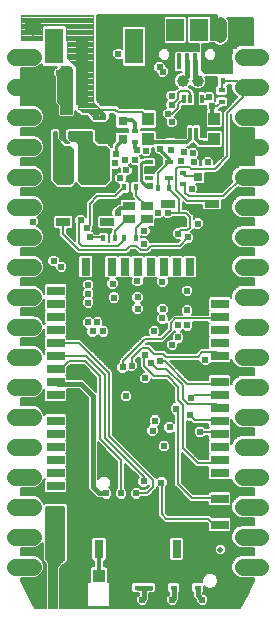
<source format=gtl>
G75*
%MOIN*%
%OFA0B0*%
%FSLAX25Y25*%
%IPPOS*%
%LPD*%
%AMOC8*
5,1,8,0,0,1.08239X$1,22.5*
%
%ADD10R,0.01575X0.05315*%
%ADD11C,0.04331*%
%ADD12R,0.05906X0.07480*%
%ADD13R,0.04921X0.02559*%
%ADD14R,0.01800X0.02400*%
%ADD15C,0.05800*%
%ADD16R,0.03937X0.04134*%
%ADD17R,0.04134X0.08661*%
%ADD18R,0.02400X0.01800*%
%ADD19R,0.03150X0.05906*%
%ADD20R,0.05906X0.03150*%
%ADD21C,0.01969*%
%ADD22R,0.04331X0.04331*%
%ADD23R,0.03937X0.03150*%
%ADD24C,0.02781*%
%ADD25R,0.06299X0.11811*%
%ADD26R,0.03937X0.21654*%
%ADD27R,0.03150X0.03150*%
%ADD28R,0.02800X0.04100*%
%ADD29R,0.04100X0.02800*%
%ADD30R,0.07402X0.06811*%
%ADD31R,0.01181X0.03150*%
%ADD32R,0.03937X0.04331*%
%ADD33C,0.03962*%
%ADD34R,0.06299X0.03543*%
%ADD35R,0.01181X0.02362*%
%ADD36R,0.03150X0.10630*%
%ADD37C,0.05800*%
%ADD38R,0.02756X0.01575*%
%ADD39C,0.01600*%
%ADD40C,0.02381*%
%ADD41C,0.01200*%
%ADD42C,0.00600*%
%ADD43C,0.00800*%
%ADD44C,0.00700*%
%ADD45C,0.01000*%
%ADD46C,0.01315*%
%ADD47C,0.02400*%
%ADD48C,0.00400*%
D10*
X0089045Y0189655D03*
X0091604Y0189655D03*
X0094163Y0189655D03*
X0096723Y0189655D03*
X0099282Y0189655D03*
D11*
X0105089Y0198021D02*
X0105089Y0202352D01*
X0083238Y0202352D02*
X0083238Y0198021D01*
D12*
X0090226Y0200147D03*
X0098100Y0200186D03*
D13*
X0102545Y0142238D03*
X0102545Y0136135D03*
X0087782Y0136135D03*
X0087782Y0142238D03*
X0067545Y0142238D03*
X0067545Y0136135D03*
X0052782Y0136135D03*
X0052782Y0142238D03*
D14*
X0066263Y0130686D03*
X0070063Y0130686D03*
X0073263Y0130686D03*
X0077063Y0130686D03*
X0077063Y0147686D03*
X0073263Y0147686D03*
X0084363Y0147386D03*
X0088163Y0147386D03*
X0102163Y0183186D03*
X0105963Y0183186D03*
X0052563Y0019686D03*
X0048763Y0019686D03*
X0048763Y0016186D03*
X0052563Y0016186D03*
X0052563Y0012686D03*
X0052563Y0009186D03*
X0048763Y0009186D03*
X0048763Y0012686D03*
D15*
X0042663Y0021186D02*
X0036863Y0021186D01*
X0036863Y0031186D02*
X0042663Y0031186D01*
X0042663Y0041186D02*
X0036863Y0041186D01*
X0036863Y0051186D02*
X0042663Y0051186D01*
X0042663Y0061186D02*
X0036863Y0061186D01*
X0036863Y0071186D02*
X0042663Y0071186D01*
X0042663Y0081186D02*
X0036863Y0081186D01*
X0036863Y0091186D02*
X0042663Y0091186D01*
X0042663Y0101186D02*
X0036863Y0101186D01*
X0036863Y0111186D02*
X0042663Y0111186D01*
X0042663Y0121186D02*
X0036863Y0121186D01*
X0036863Y0131186D02*
X0042663Y0131186D01*
X0042663Y0141186D02*
X0036863Y0141186D01*
X0036863Y0151186D02*
X0042663Y0151186D01*
X0042663Y0161186D02*
X0036863Y0161186D01*
X0036863Y0171186D02*
X0042663Y0171186D01*
X0042663Y0181186D02*
X0036863Y0181186D01*
X0036863Y0191186D02*
X0042663Y0191186D01*
X0112663Y0191186D02*
X0118463Y0191186D01*
X0118463Y0181186D02*
X0112663Y0181186D01*
X0112663Y0171186D02*
X0118463Y0171186D01*
X0118463Y0161186D02*
X0112663Y0161186D01*
X0112663Y0151186D02*
X0118463Y0151186D01*
X0118463Y0141186D02*
X0112663Y0141186D01*
X0112663Y0131186D02*
X0118463Y0131186D01*
X0118463Y0121186D02*
X0112663Y0121186D01*
X0112663Y0111186D02*
X0118463Y0111186D01*
X0118463Y0101186D02*
X0112663Y0101186D01*
X0112663Y0091186D02*
X0118463Y0091186D01*
X0118463Y0081186D02*
X0112663Y0081186D01*
X0112663Y0071186D02*
X0118463Y0071186D01*
X0118463Y0061186D02*
X0112663Y0061186D01*
X0112663Y0051186D02*
X0118463Y0051186D01*
X0118463Y0041186D02*
X0112663Y0041186D01*
X0112663Y0031186D02*
X0118463Y0031186D01*
X0118463Y0021186D02*
X0112663Y0021186D01*
D16*
X0064663Y0018200D03*
D17*
X0058856Y0012186D03*
X0070471Y0012186D03*
D18*
X0077663Y0014286D03*
X0081663Y0014286D03*
X0089663Y0014286D03*
X0089663Y0018086D03*
X0081663Y0018086D03*
X0077663Y0018086D03*
X0097663Y0018086D03*
X0097663Y0014286D03*
X0092663Y0148686D03*
X0092663Y0152486D03*
X0099163Y0158786D03*
X0099163Y0162586D03*
X0088663Y0162786D03*
X0088663Y0166586D03*
X0076663Y0166586D03*
X0076663Y0162786D03*
X0105663Y0176186D03*
X0105663Y0179986D03*
D19*
X0099317Y0121234D03*
X0094986Y0121234D03*
X0090656Y0121234D03*
X0086325Y0121234D03*
X0081994Y0121234D03*
X0077663Y0121234D03*
X0073333Y0121234D03*
X0069002Y0121234D03*
X0064671Y0121234D03*
X0060341Y0121234D03*
X0056010Y0121234D03*
X0056010Y0027139D03*
X0060341Y0027139D03*
X0064671Y0027139D03*
X0069002Y0027139D03*
X0073333Y0027139D03*
X0077663Y0027139D03*
X0081994Y0027139D03*
X0086325Y0027139D03*
X0090656Y0027139D03*
X0094986Y0027139D03*
X0099317Y0027139D03*
D20*
X0105026Y0030879D03*
X0105026Y0035210D03*
X0105026Y0039541D03*
X0105026Y0043871D03*
X0105026Y0048202D03*
X0105026Y0052533D03*
X0105026Y0056863D03*
X0105026Y0061194D03*
X0105026Y0065525D03*
X0105026Y0069856D03*
X0105026Y0074186D03*
X0105026Y0078517D03*
X0105026Y0082848D03*
X0105026Y0087178D03*
X0105026Y0091509D03*
X0105026Y0095840D03*
X0105026Y0100171D03*
X0105026Y0104501D03*
X0105026Y0108832D03*
X0105026Y0113163D03*
X0105026Y0117493D03*
X0050301Y0117493D03*
X0050301Y0113163D03*
X0050301Y0108832D03*
X0050301Y0104501D03*
X0050301Y0100171D03*
X0050301Y0095840D03*
X0050301Y0091509D03*
X0050301Y0087178D03*
X0050301Y0082848D03*
X0050301Y0078517D03*
X0050301Y0074186D03*
X0050301Y0069856D03*
X0050301Y0065525D03*
X0050301Y0061194D03*
X0050301Y0056863D03*
X0050301Y0052533D03*
X0050301Y0048202D03*
X0050301Y0043871D03*
X0050301Y0039541D03*
X0050301Y0035210D03*
X0050301Y0030879D03*
D21*
X0105223Y0026942D03*
D22*
X0098333Y0033832D03*
X0090065Y0033832D03*
X0081797Y0033832D03*
X0073530Y0033832D03*
X0065262Y0033832D03*
X0056994Y0033832D03*
X0056994Y0040919D03*
X0065262Y0040919D03*
X0073530Y0040919D03*
X0081797Y0040919D03*
X0090065Y0040919D03*
X0098333Y0040919D03*
X0098333Y0048005D03*
X0098333Y0062178D03*
X0056994Y0062178D03*
X0056994Y0048005D03*
X0056994Y0086194D03*
X0056994Y0100367D03*
X0056994Y0107454D03*
X0065262Y0107454D03*
X0073530Y0107454D03*
X0081797Y0107454D03*
X0090065Y0107454D03*
X0098333Y0107454D03*
X0098333Y0100367D03*
X0098333Y0086194D03*
X0098333Y0114541D03*
X0090065Y0114541D03*
X0081797Y0114541D03*
X0073530Y0114541D03*
X0065262Y0114541D03*
X0056994Y0114541D03*
D23*
X0074711Y0137021D03*
X0080616Y0137021D03*
X0080616Y0141352D03*
X0074711Y0141352D03*
D24*
X0074120Y0175643D03*
X0077663Y0175643D03*
X0081207Y0175643D03*
X0081207Y0179186D03*
X0077663Y0179186D03*
X0074120Y0179186D03*
X0074120Y0182730D03*
X0077663Y0182730D03*
X0081207Y0182730D03*
D25*
X0076549Y0194749D03*
X0049778Y0194749D03*
D26*
X0059226Y0185812D03*
X0067100Y0185812D03*
D27*
X0072663Y0169639D03*
X0072663Y0163734D03*
X0097711Y0151186D03*
X0103616Y0151186D03*
D28*
X0054604Y0178711D03*
X0048704Y0178711D03*
D29*
X0060145Y0168716D03*
X0060145Y0162816D03*
D30*
X0096163Y0171686D03*
D31*
X0095179Y0166175D03*
X0093211Y0166175D03*
X0097148Y0166175D03*
X0099116Y0166175D03*
X0099116Y0177198D03*
X0097148Y0177198D03*
X0095179Y0177198D03*
X0093211Y0177198D03*
D32*
X0103163Y0170533D03*
X0103163Y0163840D03*
X0081163Y0163840D03*
X0081163Y0170533D03*
D33*
X0092663Y0183186D03*
X0097663Y0183186D03*
D34*
X0052663Y0169186D03*
D35*
X0052663Y0165249D03*
X0050104Y0165249D03*
X0055223Y0165249D03*
X0055223Y0173123D03*
X0052663Y0173123D03*
X0050104Y0173123D03*
D36*
X0053824Y0154212D03*
X0062486Y0154212D03*
D37*
X0042663Y0201186D03*
X0112663Y0201186D03*
D38*
X0088110Y0156045D03*
X0081417Y0156045D03*
X0081417Y0153486D03*
X0081417Y0150927D03*
X0088110Y0150927D03*
D39*
X0097663Y0151186D02*
X0097663Y0151586D01*
X0097663Y0151186D02*
X0097711Y0151186D01*
X0073263Y0163134D02*
X0072663Y0163734D01*
X0092663Y0183186D02*
X0094163Y0184686D01*
X0094163Y0189655D01*
X0096723Y0189655D02*
X0096723Y0184127D01*
X0097663Y0183186D01*
X0099317Y0087178D02*
X0098333Y0086194D01*
X0099317Y0087178D02*
X0105026Y0087178D01*
X0062663Y0078186D02*
X0058663Y0082186D01*
X0050963Y0082186D01*
X0050301Y0082848D01*
X0062663Y0078186D02*
X0062663Y0047686D01*
X0064663Y0045686D01*
X0067163Y0045686D01*
X0098333Y0040919D02*
X0099711Y0039541D01*
X0105026Y0039541D01*
X0105026Y0030879D02*
X0104833Y0030686D01*
X0102663Y0030686D01*
X0099317Y0027340D01*
X0099317Y0027139D01*
X0097663Y0014286D02*
X0097663Y0011686D01*
X0099163Y0010186D01*
X0089663Y0010686D02*
X0089663Y0014286D01*
X0081663Y0014286D02*
X0079663Y0014286D01*
X0079663Y0010686D01*
X0079163Y0010186D01*
X0079663Y0014286D02*
X0077663Y0014286D01*
X0089163Y0010186D02*
X0089663Y0010686D01*
X0052563Y0009186D02*
X0052563Y0012686D01*
X0052563Y0016186D01*
X0052563Y0019686D01*
D40*
X0055363Y0017686D03*
X0058163Y0017686D03*
X0060663Y0018686D03*
X0061763Y0022186D03*
X0068663Y0021686D03*
X0076163Y0021686D03*
X0073863Y0017686D03*
X0068663Y0018686D03*
X0073863Y0014686D03*
X0079163Y0010186D03*
X0089163Y0010186D03*
X0099163Y0010186D03*
X0111163Y0009186D03*
X0113163Y0013186D03*
X0109963Y0016186D03*
X0104163Y0021686D03*
X0098663Y0021686D03*
X0093663Y0021686D03*
X0087163Y0021686D03*
X0082663Y0021686D03*
X0085663Y0018186D03*
X0093663Y0018186D03*
X0077663Y0032186D03*
X0085963Y0033686D03*
X0094163Y0033686D03*
X0094163Y0040686D03*
X0077163Y0045686D03*
X0072163Y0045686D03*
X0067163Y0045686D03*
X0061163Y0044686D03*
X0061163Y0041186D03*
X0045163Y0046186D03*
X0059163Y0057686D03*
X0066163Y0058686D03*
X0081663Y0062786D03*
X0082663Y0066586D03*
X0088363Y0067686D03*
X0083463Y0069886D03*
X0090463Y0073886D03*
X0087863Y0077386D03*
X0095363Y0077586D03*
X0095163Y0071686D03*
X0098463Y0066186D03*
X0086463Y0061386D03*
X0088863Y0058186D03*
X0099163Y0058186D03*
X0099163Y0053186D03*
X0085563Y0049286D03*
X0079663Y0049686D03*
X0110663Y0066186D03*
X0080163Y0084086D03*
X0075663Y0088186D03*
X0072663Y0087686D03*
X0080163Y0091686D03*
X0082163Y0089186D03*
X0085163Y0089686D03*
X0084163Y0094686D03*
X0089163Y0095186D03*
X0091163Y0097686D03*
X0091163Y0101686D03*
X0094163Y0101686D03*
X0085863Y0103986D03*
X0085963Y0107086D03*
X0085963Y0110086D03*
X0094163Y0106686D03*
X0094163Y0113186D03*
X0085863Y0116186D03*
X0077563Y0116486D03*
X0077663Y0110986D03*
X0077663Y0107186D03*
X0069763Y0110886D03*
X0069363Y0115586D03*
X0061163Y0115186D03*
X0061163Y0112186D03*
X0061163Y0109186D03*
X0061163Y0102686D03*
X0064163Y0102686D03*
X0067163Y0102686D03*
X0066163Y0099686D03*
X0062663Y0099686D03*
X0066663Y0096686D03*
X0083163Y0099686D03*
X0100163Y0090186D03*
X0110663Y0086186D03*
X0073763Y0078086D03*
X0060963Y0084086D03*
X0059163Y0076186D03*
X0073463Y0070086D03*
X0044663Y0096186D03*
X0044663Y0106186D03*
X0052163Y0121186D03*
X0049663Y0123186D03*
X0049363Y0126186D03*
X0061763Y0130986D03*
X0060663Y0134186D03*
X0058663Y0136686D03*
X0059063Y0139686D03*
X0070963Y0139286D03*
X0079863Y0133286D03*
X0079663Y0128886D03*
X0076163Y0125986D03*
X0083163Y0125986D03*
X0094463Y0130986D03*
X0091163Y0132286D03*
X0092663Y0135686D03*
X0097663Y0135586D03*
X0087663Y0139186D03*
X0084463Y0139186D03*
X0081663Y0147986D03*
X0076363Y0151186D03*
X0073863Y0153386D03*
X0073463Y0156786D03*
X0076663Y0156786D03*
X0084763Y0155986D03*
X0085163Y0160386D03*
X0088663Y0160086D03*
X0093163Y0159386D03*
X0092063Y0156586D03*
X0096463Y0155986D03*
X0096163Y0158986D03*
X0100963Y0155986D03*
X0102363Y0158786D03*
X0095663Y0147186D03*
X0080463Y0159886D03*
X0077363Y0160086D03*
X0070363Y0158686D03*
X0070263Y0155686D03*
X0066663Y0159986D03*
X0059163Y0160186D03*
X0047663Y0167186D03*
X0047663Y0170186D03*
X0047663Y0173186D03*
X0063863Y0171286D03*
X0064963Y0172786D03*
X0066063Y0171286D03*
X0069263Y0171186D03*
X0087863Y0172186D03*
X0089063Y0169386D03*
X0088963Y0175186D03*
X0088963Y0178186D03*
X0101463Y0177786D03*
X0102463Y0174686D03*
X0108863Y0177286D03*
X0104663Y0187186D03*
X0102163Y0187186D03*
X0086063Y0186286D03*
X0084963Y0187686D03*
X0071163Y0192186D03*
X0054763Y0185886D03*
X0053163Y0184786D03*
X0051563Y0185886D03*
X0053163Y0186986D03*
X0045463Y0155286D03*
X0066663Y0151086D03*
X0071863Y0150786D03*
X0042763Y0136186D03*
X0110663Y0126286D03*
X0110663Y0116186D03*
X0050163Y0026186D03*
X0049163Y0024686D03*
X0050163Y0023186D03*
X0051163Y0024686D03*
X0045663Y0016186D03*
X0045663Y0012686D03*
X0045663Y0009186D03*
X0055363Y0008686D03*
X0055363Y0011686D03*
X0055363Y0014686D03*
D41*
X0070963Y0139286D02*
X0070963Y0139986D01*
X0071663Y0140686D01*
X0074045Y0140686D01*
X0074711Y0141352D01*
X0097663Y0151586D02*
X0097811Y0151586D01*
X0088110Y0156045D02*
X0088110Y0157240D01*
X0085163Y0160186D01*
X0085163Y0160386D01*
X0082217Y0162786D02*
X0081163Y0163840D01*
X0082217Y0162786D02*
X0088663Y0162786D01*
X0094263Y0162786D01*
X0095179Y0163702D01*
X0095179Y0166175D01*
X0097148Y0166175D02*
X0097148Y0163702D01*
X0098163Y0162686D01*
X0099063Y0162686D01*
X0099163Y0162586D01*
X0101910Y0162586D01*
X0103163Y0163840D01*
X0103163Y0170533D02*
X0102463Y0171233D01*
X0102463Y0174686D01*
X0076663Y0169186D02*
X0076663Y0166586D01*
X0076663Y0169186D02*
X0075663Y0170186D01*
X0073211Y0170186D01*
X0072663Y0169639D01*
X0076663Y0162786D02*
X0076663Y0160786D01*
X0077363Y0160086D01*
D42*
X0038863Y0017386D02*
X0038863Y0016470D01*
X0043405Y0007386D01*
X0046963Y0007386D01*
X0046963Y0014259D01*
X0046963Y0022189D01*
X0046666Y0022486D01*
X0045963Y0023189D01*
X0045963Y0029223D01*
X0045885Y0029034D01*
X0044816Y0027965D01*
X0043419Y0027386D01*
X0038863Y0027386D01*
X0038863Y0024986D01*
X0043419Y0024986D01*
X0044816Y0024408D01*
X0045885Y0023339D01*
X0046463Y0021942D01*
X0046463Y0020430D01*
X0045885Y0019034D01*
X0044816Y0017965D01*
X0043419Y0017386D01*
X0038863Y0017386D01*
X0038863Y0016960D02*
X0046963Y0016960D01*
X0046963Y0017558D02*
X0043834Y0017558D01*
X0045008Y0018157D02*
X0046963Y0018157D01*
X0046963Y0018755D02*
X0045606Y0018755D01*
X0046017Y0019354D02*
X0046963Y0019354D01*
X0046963Y0019952D02*
X0046265Y0019952D01*
X0046463Y0020551D02*
X0046963Y0020551D01*
X0046963Y0021149D02*
X0046463Y0021149D01*
X0046463Y0021748D02*
X0046963Y0021748D01*
X0046807Y0022346D02*
X0046296Y0022346D01*
X0046208Y0022945D02*
X0046048Y0022945D01*
X0045963Y0023543D02*
X0045681Y0023543D01*
X0045963Y0024142D02*
X0045082Y0024142D01*
X0045963Y0024740D02*
X0044014Y0024740D01*
X0045963Y0025339D02*
X0038863Y0025339D01*
X0038863Y0025937D02*
X0045963Y0025937D01*
X0045963Y0026536D02*
X0038863Y0026536D01*
X0038863Y0027134D02*
X0045963Y0027134D01*
X0045963Y0027733D02*
X0044256Y0027733D01*
X0045182Y0028331D02*
X0045963Y0028331D01*
X0045963Y0028930D02*
X0045781Y0028930D01*
X0047163Y0028930D02*
X0053163Y0028930D01*
X0053163Y0029528D02*
X0047163Y0029528D01*
X0047163Y0030127D02*
X0053163Y0030127D01*
X0053163Y0030725D02*
X0047163Y0030725D01*
X0047163Y0031324D02*
X0053163Y0031324D01*
X0053163Y0031922D02*
X0047163Y0031922D01*
X0047163Y0032521D02*
X0053163Y0032521D01*
X0053163Y0033119D02*
X0047163Y0033119D01*
X0047163Y0033718D02*
X0053163Y0033718D01*
X0053163Y0034316D02*
X0047163Y0034316D01*
X0047163Y0034915D02*
X0053163Y0034915D01*
X0053163Y0035513D02*
X0047163Y0035513D01*
X0047163Y0036112D02*
X0053163Y0036112D01*
X0053163Y0036710D02*
X0047163Y0036710D01*
X0047163Y0037309D02*
X0053163Y0037309D01*
X0053163Y0037907D02*
X0047163Y0037907D01*
X0047163Y0038506D02*
X0053163Y0038506D01*
X0053163Y0039104D02*
X0047163Y0039104D01*
X0047163Y0039703D02*
X0053163Y0039703D01*
X0053163Y0040301D02*
X0047163Y0040301D01*
X0047163Y0040900D02*
X0053163Y0040900D01*
X0053163Y0041186D02*
X0047163Y0041186D01*
X0047163Y0023686D01*
X0048163Y0022686D01*
X0048163Y0007386D01*
X0050663Y0007386D01*
X0050663Y0021186D01*
X0053163Y0023686D01*
X0053163Y0041186D01*
X0053950Y0042097D02*
X0084363Y0042097D01*
X0084363Y0041498D02*
X0054363Y0041498D01*
X0054363Y0041683D02*
X0053661Y0042386D01*
X0046666Y0042386D01*
X0046393Y0042113D01*
X0045885Y0043339D01*
X0044816Y0044408D01*
X0043419Y0044986D01*
X0038863Y0044986D01*
X0038863Y0047386D01*
X0043419Y0047386D01*
X0044816Y0047965D01*
X0045885Y0049034D01*
X0046463Y0050430D01*
X0046463Y0050570D01*
X0046666Y0050367D01*
X0046449Y0050150D01*
X0046449Y0046254D01*
X0046976Y0045727D01*
X0053627Y0045727D01*
X0054154Y0046254D01*
X0054154Y0050150D01*
X0053936Y0050367D01*
X0054154Y0050585D01*
X0054154Y0054480D01*
X0053936Y0054698D01*
X0054154Y0054916D01*
X0054154Y0058811D01*
X0053936Y0059029D01*
X0054154Y0059247D01*
X0054154Y0063142D01*
X0053936Y0063360D01*
X0054154Y0063577D01*
X0054154Y0067473D01*
X0053936Y0067690D01*
X0054154Y0067908D01*
X0054154Y0071803D01*
X0053627Y0072330D01*
X0046976Y0072330D01*
X0046463Y0071818D01*
X0046463Y0071942D01*
X0045885Y0073339D01*
X0044816Y0074408D01*
X0043419Y0074986D01*
X0038863Y0074986D01*
X0038863Y0077386D01*
X0043419Y0077386D01*
X0044816Y0077965D01*
X0045885Y0079034D01*
X0046449Y0080394D01*
X0046449Y0076569D01*
X0046976Y0076042D01*
X0053627Y0076042D01*
X0054154Y0076569D01*
X0054154Y0080465D01*
X0054132Y0080486D01*
X0057959Y0080486D01*
X0060963Y0077482D01*
X0060963Y0046982D01*
X0062963Y0044982D01*
X0063959Y0043986D01*
X0065907Y0043986D01*
X0066298Y0043596D01*
X0068029Y0043596D01*
X0069254Y0044820D01*
X0069254Y0046552D01*
X0068080Y0047727D01*
X0068634Y0048281D01*
X0068634Y0050168D01*
X0067300Y0051503D01*
X0065413Y0051503D01*
X0064363Y0050453D01*
X0064363Y0062648D01*
X0070863Y0056148D01*
X0070863Y0047343D01*
X0070073Y0046552D01*
X0070073Y0044820D01*
X0071298Y0043596D01*
X0073029Y0043596D01*
X0074254Y0044820D01*
X0074254Y0046552D01*
X0073463Y0047343D01*
X0073463Y0055548D01*
X0078016Y0050995D01*
X0077573Y0050552D01*
X0077573Y0048820D01*
X0078798Y0047596D01*
X0080529Y0047596D01*
X0081363Y0048430D01*
X0081363Y0048225D01*
X0080125Y0046986D01*
X0078820Y0046986D01*
X0078029Y0047777D01*
X0076298Y0047777D01*
X0075073Y0046552D01*
X0075073Y0044820D01*
X0076298Y0043596D01*
X0078029Y0043596D01*
X0078820Y0044386D01*
X0081202Y0044386D01*
X0081963Y0045148D01*
X0083202Y0046386D01*
X0083963Y0047148D01*
X0083963Y0047930D01*
X0084363Y0047530D01*
X0084363Y0038148D01*
X0085125Y0037386D01*
X0086625Y0035886D01*
X0100625Y0035886D01*
X0101173Y0035338D01*
X0101173Y0033262D01*
X0101700Y0032735D01*
X0108351Y0032735D01*
X0108878Y0033262D01*
X0108878Y0037158D01*
X0108351Y0037685D01*
X0102504Y0037685D01*
X0102463Y0037725D01*
X0101702Y0038486D01*
X0087702Y0038486D01*
X0086963Y0039225D01*
X0086963Y0047730D01*
X0087654Y0048420D01*
X0087654Y0050152D01*
X0086429Y0051377D01*
X0084698Y0051377D01*
X0083963Y0050643D01*
X0083963Y0050725D01*
X0083202Y0051486D01*
X0069463Y0065225D01*
X0069463Y0086225D01*
X0068702Y0086986D01*
X0058548Y0097140D01*
X0054154Y0097140D01*
X0054154Y0097787D01*
X0053936Y0098005D01*
X0054154Y0098223D01*
X0054154Y0102118D01*
X0053936Y0102336D01*
X0054154Y0102554D01*
X0054154Y0106449D01*
X0053936Y0106667D01*
X0054154Y0106884D01*
X0054154Y0110780D01*
X0053936Y0110997D01*
X0054154Y0111215D01*
X0054154Y0115110D01*
X0053627Y0115637D01*
X0046976Y0115637D01*
X0046449Y0115110D01*
X0046449Y0111978D01*
X0045885Y0113339D01*
X0044816Y0114408D01*
X0043419Y0114986D01*
X0038863Y0114986D01*
X0038863Y0117386D01*
X0043419Y0117386D01*
X0044816Y0117965D01*
X0045885Y0119034D01*
X0046463Y0120430D01*
X0046463Y0121942D01*
X0045885Y0123339D01*
X0044816Y0124408D01*
X0043419Y0124986D01*
X0038863Y0124986D01*
X0038863Y0127386D01*
X0043419Y0127386D01*
X0044816Y0127965D01*
X0045885Y0129034D01*
X0046463Y0130430D01*
X0046463Y0131942D01*
X0045885Y0133339D01*
X0044816Y0134408D01*
X0044198Y0134664D01*
X0044854Y0135320D01*
X0044854Y0137052D01*
X0044198Y0137709D01*
X0044816Y0137965D01*
X0045885Y0139034D01*
X0046463Y0140430D01*
X0046463Y0141942D01*
X0045885Y0143339D01*
X0044816Y0144408D01*
X0043419Y0144986D01*
X0038863Y0144986D01*
X0038863Y0147386D01*
X0043419Y0147386D01*
X0044816Y0147965D01*
X0045885Y0149034D01*
X0046463Y0150430D01*
X0046463Y0151942D01*
X0045885Y0153339D01*
X0044816Y0154408D01*
X0043419Y0154986D01*
X0038863Y0154986D01*
X0038863Y0157386D01*
X0043419Y0157386D01*
X0044816Y0157965D01*
X0045885Y0159034D01*
X0046463Y0160430D01*
X0046463Y0161942D01*
X0045885Y0163339D01*
X0044816Y0164408D01*
X0043419Y0164986D01*
X0038863Y0164986D01*
X0038863Y0167386D01*
X0043419Y0167386D01*
X0044816Y0167965D01*
X0045885Y0169034D01*
X0046463Y0170430D01*
X0046463Y0171942D01*
X0045885Y0173339D01*
X0044816Y0174408D01*
X0043419Y0174986D01*
X0038863Y0174986D01*
X0038863Y0187386D01*
X0043419Y0187386D01*
X0044816Y0187965D01*
X0045728Y0188877D01*
X0045728Y0188471D01*
X0046255Y0187944D01*
X0050664Y0187944D01*
X0049473Y0186752D01*
X0049473Y0185020D01*
X0049963Y0184530D01*
X0049963Y0175689D01*
X0050666Y0174986D01*
X0050963Y0174689D01*
X0050963Y0171689D01*
X0051666Y0170986D01*
X0056161Y0170986D01*
X0056863Y0171689D01*
X0056863Y0173148D01*
X0058625Y0171386D01*
X0060625Y0171386D01*
X0061573Y0170438D01*
X0061573Y0170338D01*
X0062915Y0168996D01*
X0064812Y0168996D01*
X0064903Y0169086D01*
X0065024Y0169086D01*
X0065115Y0168996D01*
X0067012Y0168996D01*
X0068354Y0170338D01*
X0068354Y0172086D01*
X0069642Y0172086D01*
X0070189Y0171540D01*
X0070189Y0167691D01*
X0070716Y0167164D01*
X0074563Y0167164D01*
X0074563Y0166208D01*
X0070716Y0166208D01*
X0070189Y0165681D01*
X0070189Y0163239D01*
X0069784Y0162834D01*
X0068963Y0162013D01*
X0068963Y0161083D01*
X0068661Y0161386D01*
X0068661Y0161386D01*
X0067661Y0162386D01*
X0064661Y0162386D01*
X0063663Y0163383D01*
X0063663Y0166683D01*
X0062961Y0167386D01*
X0054166Y0167386D01*
X0053463Y0166683D01*
X0053463Y0163689D01*
X0054166Y0162986D01*
X0054766Y0162386D01*
X0053661Y0162386D01*
X0051863Y0164183D01*
X0051863Y0166683D01*
X0051161Y0167386D01*
X0049166Y0167386D01*
X0048463Y0166683D01*
X0048463Y0149689D01*
X0049166Y0148986D01*
X0050666Y0147486D01*
X0055661Y0147486D01*
X0056363Y0148189D01*
X0057163Y0148989D01*
X0057666Y0148486D01*
X0058666Y0147486D01*
X0067161Y0147486D01*
X0067863Y0148189D01*
X0069363Y0149689D01*
X0069363Y0153630D01*
X0069398Y0153596D01*
X0071129Y0153596D01*
X0071773Y0154239D01*
X0071773Y0152877D01*
X0070998Y0152877D01*
X0069773Y0151652D01*
X0069773Y0149920D01*
X0070998Y0148696D01*
X0071463Y0148696D01*
X0071463Y0147725D01*
X0069725Y0145986D01*
X0063625Y0145986D01*
X0061225Y0143586D01*
X0060463Y0142825D01*
X0060463Y0137843D01*
X0059529Y0138777D01*
X0057798Y0138777D01*
X0056573Y0137552D01*
X0056573Y0135820D01*
X0056863Y0135530D01*
X0056863Y0129825D01*
X0054082Y0132607D01*
X0054082Y0133956D01*
X0055615Y0133956D01*
X0056142Y0134483D01*
X0056142Y0137787D01*
X0055615Y0138315D01*
X0049948Y0138315D01*
X0049421Y0137787D01*
X0049421Y0134483D01*
X0049948Y0133956D01*
X0051482Y0133956D01*
X0051482Y0131530D01*
X0052243Y0130768D01*
X0052243Y0130768D01*
X0056863Y0126148D01*
X0057625Y0125386D01*
X0074202Y0125386D01*
X0074963Y0126148D01*
X0075702Y0126886D01*
X0076625Y0126886D01*
X0077363Y0126148D01*
X0078125Y0125386D01*
X0081202Y0125386D01*
X0082702Y0126886D01*
X0092202Y0126886D01*
X0094211Y0128896D01*
X0095329Y0128896D01*
X0096554Y0130120D01*
X0096554Y0131852D01*
X0095561Y0132845D01*
X0095602Y0132886D01*
X0096363Y0133648D01*
X0096363Y0133930D01*
X0096798Y0133496D01*
X0098529Y0133496D01*
X0099754Y0134720D01*
X0099754Y0136452D01*
X0098529Y0137677D01*
X0096798Y0137677D01*
X0096363Y0137243D01*
X0096363Y0138425D01*
X0095602Y0139186D01*
X0094302Y0140486D01*
X0092863Y0140486D01*
X0092863Y0142648D01*
X0093725Y0141786D01*
X0099185Y0141786D01*
X0099185Y0140585D01*
X0099712Y0140058D01*
X0105379Y0140058D01*
X0105906Y0140585D01*
X0105906Y0143386D01*
X0106702Y0143386D01*
X0107463Y0144148D01*
X0111055Y0147739D01*
X0111908Y0147386D01*
X0116463Y0147386D01*
X0116463Y0144986D01*
X0111908Y0144986D01*
X0110511Y0144408D01*
X0109442Y0143339D01*
X0108863Y0141942D01*
X0108863Y0140430D01*
X0109442Y0139034D01*
X0110511Y0137965D01*
X0111908Y0137386D01*
X0116463Y0137386D01*
X0116463Y0134986D01*
X0111908Y0134986D01*
X0110511Y0134408D01*
X0109442Y0133339D01*
X0108863Y0131942D01*
X0108863Y0130430D01*
X0109442Y0129034D01*
X0110511Y0127965D01*
X0111908Y0127386D01*
X0116463Y0127386D01*
X0116463Y0124986D01*
X0111908Y0124986D01*
X0110511Y0124408D01*
X0109442Y0123339D01*
X0108863Y0121942D01*
X0108863Y0120430D01*
X0109442Y0119034D01*
X0110511Y0117965D01*
X0111908Y0117386D01*
X0116463Y0117386D01*
X0116463Y0114986D01*
X0111908Y0114986D01*
X0110511Y0114408D01*
X0109442Y0113339D01*
X0108863Y0111942D01*
X0108863Y0110795D01*
X0108351Y0111307D01*
X0101700Y0111307D01*
X0101173Y0110780D01*
X0101173Y0106884D01*
X0101391Y0106667D01*
X0101173Y0106449D01*
X0101173Y0105286D01*
X0095720Y0105286D01*
X0096254Y0105820D01*
X0096254Y0107552D01*
X0095029Y0108777D01*
X0093298Y0108777D01*
X0092073Y0107552D01*
X0092073Y0105820D01*
X0092607Y0105286D01*
X0089725Y0105286D01*
X0088963Y0104525D01*
X0087954Y0103515D01*
X0087954Y0104852D01*
X0087320Y0105486D01*
X0088054Y0106220D01*
X0088054Y0107952D01*
X0086829Y0109177D01*
X0085098Y0109177D01*
X0083873Y0107952D01*
X0083873Y0106220D01*
X0084507Y0105586D01*
X0083773Y0104852D01*
X0083773Y0103120D01*
X0084998Y0101896D01*
X0086729Y0101896D01*
X0087363Y0102530D01*
X0087363Y0100725D01*
X0085125Y0098486D01*
X0084920Y0098486D01*
X0085254Y0098820D01*
X0085254Y0100552D01*
X0084029Y0101777D01*
X0082298Y0101777D01*
X0081073Y0100552D01*
X0081073Y0098820D01*
X0081407Y0098486D01*
X0079625Y0098486D01*
X0078863Y0097725D01*
X0072125Y0090986D01*
X0071363Y0090225D01*
X0071363Y0089343D01*
X0070573Y0088552D01*
X0070573Y0086820D01*
X0071798Y0085596D01*
X0073529Y0085596D01*
X0074413Y0086480D01*
X0074798Y0086096D01*
X0076529Y0086096D01*
X0077754Y0087320D01*
X0077754Y0089052D01*
X0076963Y0089843D01*
X0076963Y0090148D01*
X0078073Y0091257D01*
X0078073Y0090820D01*
X0078363Y0090530D01*
X0078363Y0087648D01*
X0079125Y0086886D01*
X0079834Y0086177D01*
X0079298Y0086177D01*
X0078073Y0084952D01*
X0078073Y0083220D01*
X0079298Y0081996D01*
X0081029Y0081996D01*
X0082254Y0083220D01*
X0082254Y0083757D01*
X0082625Y0083386D01*
X0087125Y0083386D01*
X0089863Y0080648D01*
X0089863Y0076148D01*
X0090034Y0075977D01*
X0089598Y0075977D01*
X0088373Y0074752D01*
X0088373Y0073020D01*
X0089598Y0071796D01*
X0089863Y0071796D01*
X0089863Y0069143D01*
X0089229Y0069777D01*
X0087498Y0069777D01*
X0086273Y0068552D01*
X0086273Y0066820D01*
X0087498Y0065596D01*
X0089229Y0065596D01*
X0089863Y0066230D01*
X0089863Y0048148D01*
X0090625Y0047386D01*
X0095125Y0042886D01*
X0101173Y0042886D01*
X0101173Y0041924D01*
X0101700Y0041397D01*
X0108351Y0041397D01*
X0108863Y0041909D01*
X0108863Y0040430D01*
X0109442Y0039034D01*
X0110511Y0037965D01*
X0111908Y0037386D01*
X0116463Y0037386D01*
X0116463Y0034986D01*
X0111908Y0034986D01*
X0110511Y0034408D01*
X0109442Y0033339D01*
X0108863Y0031942D01*
X0108863Y0030430D01*
X0109442Y0029034D01*
X0110511Y0027965D01*
X0111908Y0027386D01*
X0116463Y0027386D01*
X0116463Y0024986D01*
X0111908Y0024986D01*
X0110511Y0024408D01*
X0109442Y0023339D01*
X0108863Y0021942D01*
X0108863Y0020430D01*
X0109442Y0019034D01*
X0110511Y0017965D01*
X0111908Y0017386D01*
X0116463Y0017386D01*
X0116463Y0016470D01*
X0111922Y0007386D01*
X0051863Y0007386D01*
X0051863Y0020689D01*
X0054363Y0023189D01*
X0054363Y0041683D01*
X0054363Y0040900D02*
X0084363Y0040900D01*
X0084363Y0040301D02*
X0054363Y0040301D01*
X0054363Y0039703D02*
X0084363Y0039703D01*
X0084363Y0039104D02*
X0054363Y0039104D01*
X0054363Y0038506D02*
X0084363Y0038506D01*
X0084604Y0037907D02*
X0054363Y0037907D01*
X0054363Y0037309D02*
X0085202Y0037309D01*
X0085801Y0036710D02*
X0054363Y0036710D01*
X0054363Y0036112D02*
X0086399Y0036112D01*
X0087682Y0038506D02*
X0109970Y0038506D01*
X0109413Y0039104D02*
X0087084Y0039104D01*
X0086963Y0039703D02*
X0109165Y0039703D01*
X0108917Y0040301D02*
X0086963Y0040301D01*
X0086963Y0040900D02*
X0108863Y0040900D01*
X0108863Y0041498D02*
X0108453Y0041498D01*
X0108878Y0041978D02*
X0108878Y0045819D01*
X0108351Y0046346D01*
X0101700Y0046346D01*
X0101173Y0045819D01*
X0101173Y0045486D01*
X0096202Y0045486D01*
X0092463Y0049225D01*
X0092463Y0059048D01*
X0096363Y0055148D01*
X0097125Y0054386D01*
X0101173Y0054386D01*
X0101173Y0050585D01*
X0101700Y0050058D01*
X0108351Y0050058D01*
X0108863Y0050570D01*
X0108863Y0050430D01*
X0109442Y0049034D01*
X0110511Y0047965D01*
X0111908Y0047386D01*
X0116463Y0047386D01*
X0116463Y0044986D01*
X0111908Y0044986D01*
X0110511Y0044408D01*
X0109442Y0043339D01*
X0108878Y0041978D01*
X0108878Y0042097D02*
X0108928Y0042097D01*
X0108878Y0042696D02*
X0109176Y0042696D01*
X0109423Y0043294D02*
X0108878Y0043294D01*
X0108878Y0043893D02*
X0109996Y0043893D01*
X0110712Y0044491D02*
X0108878Y0044491D01*
X0108878Y0045090D02*
X0116463Y0045090D01*
X0116463Y0045688D02*
X0108878Y0045688D01*
X0108411Y0046287D02*
X0116463Y0046287D01*
X0116463Y0046885D02*
X0094803Y0046885D01*
X0094205Y0047484D02*
X0111673Y0047484D01*
X0110394Y0048082D02*
X0093606Y0048082D01*
X0093008Y0048681D02*
X0109795Y0048681D01*
X0109340Y0049279D02*
X0092463Y0049279D01*
X0092463Y0049878D02*
X0109092Y0049878D01*
X0108863Y0050476D02*
X0108769Y0050476D01*
X0101282Y0050476D02*
X0092463Y0050476D01*
X0092463Y0051075D02*
X0101173Y0051075D01*
X0101173Y0051673D02*
X0092463Y0051673D01*
X0092463Y0052272D02*
X0101173Y0052272D01*
X0101173Y0052870D02*
X0092463Y0052870D01*
X0092463Y0053469D02*
X0101173Y0053469D01*
X0101173Y0054067D02*
X0092463Y0054067D01*
X0092463Y0054666D02*
X0096846Y0054666D01*
X0096247Y0055264D02*
X0092463Y0055264D01*
X0092463Y0055863D02*
X0095649Y0055863D01*
X0095050Y0056461D02*
X0092463Y0056461D01*
X0092463Y0057060D02*
X0094452Y0057060D01*
X0093853Y0057658D02*
X0092463Y0057658D01*
X0092463Y0058257D02*
X0093255Y0058257D01*
X0092656Y0058855D02*
X0092463Y0058855D01*
X0089863Y0058855D02*
X0075833Y0058855D01*
X0076431Y0058257D02*
X0089863Y0058257D01*
X0089863Y0057658D02*
X0077030Y0057658D01*
X0077628Y0057060D02*
X0089863Y0057060D01*
X0089863Y0056461D02*
X0078227Y0056461D01*
X0078825Y0055863D02*
X0089863Y0055863D01*
X0089863Y0055264D02*
X0079424Y0055264D01*
X0080023Y0054666D02*
X0089863Y0054666D01*
X0089863Y0054067D02*
X0080621Y0054067D01*
X0081220Y0053469D02*
X0089863Y0053469D01*
X0089863Y0052870D02*
X0081818Y0052870D01*
X0082417Y0052272D02*
X0089863Y0052272D01*
X0089863Y0051673D02*
X0083015Y0051673D01*
X0083614Y0051075D02*
X0084395Y0051075D01*
X0086732Y0051075D02*
X0089863Y0051075D01*
X0089863Y0050476D02*
X0087330Y0050476D01*
X0087654Y0049878D02*
X0089863Y0049878D01*
X0089863Y0049279D02*
X0087654Y0049279D01*
X0087654Y0048681D02*
X0089863Y0048681D01*
X0089929Y0048082D02*
X0087316Y0048082D01*
X0086963Y0047484D02*
X0090528Y0047484D01*
X0091126Y0046885D02*
X0086963Y0046885D01*
X0086963Y0046287D02*
X0091725Y0046287D01*
X0092323Y0045688D02*
X0086963Y0045688D01*
X0086963Y0045090D02*
X0092922Y0045090D01*
X0093520Y0044491D02*
X0086963Y0044491D01*
X0086963Y0043893D02*
X0094119Y0043893D01*
X0094717Y0043294D02*
X0086963Y0043294D01*
X0086963Y0042696D02*
X0101173Y0042696D01*
X0101173Y0042097D02*
X0086963Y0042097D01*
X0086963Y0041498D02*
X0101598Y0041498D01*
X0102281Y0037907D02*
X0110650Y0037907D01*
X0108727Y0037309D02*
X0116463Y0037309D01*
X0116463Y0036710D02*
X0108878Y0036710D01*
X0108878Y0036112D02*
X0116463Y0036112D01*
X0116463Y0035513D02*
X0108878Y0035513D01*
X0108878Y0034915D02*
X0111735Y0034915D01*
X0110420Y0034316D02*
X0108878Y0034316D01*
X0108878Y0033718D02*
X0109821Y0033718D01*
X0109351Y0033119D02*
X0108735Y0033119D01*
X0109103Y0032521D02*
X0054363Y0032521D01*
X0054363Y0033119D02*
X0101316Y0033119D01*
X0101173Y0033718D02*
X0054363Y0033718D01*
X0054363Y0034316D02*
X0101173Y0034316D01*
X0101173Y0034915D02*
X0054363Y0034915D01*
X0054363Y0035513D02*
X0100998Y0035513D01*
X0108863Y0031922D02*
X0054363Y0031922D01*
X0054363Y0031324D02*
X0108863Y0031324D01*
X0108863Y0030725D02*
X0092870Y0030725D01*
X0093130Y0030465D02*
X0092603Y0030992D01*
X0088708Y0030992D01*
X0088181Y0030465D01*
X0088181Y0023814D01*
X0088708Y0023286D01*
X0092603Y0023286D01*
X0093130Y0023814D01*
X0093130Y0030465D01*
X0093130Y0030127D02*
X0108989Y0030127D01*
X0109237Y0029528D02*
X0093130Y0029528D01*
X0093130Y0028930D02*
X0109546Y0028930D01*
X0110145Y0028331D02*
X0106498Y0028331D01*
X0106003Y0028826D02*
X0104442Y0028826D01*
X0103338Y0027723D01*
X0103338Y0026162D01*
X0104442Y0025058D01*
X0106003Y0025058D01*
X0107107Y0026162D01*
X0107107Y0027723D01*
X0106003Y0028826D01*
X0107097Y0027733D02*
X0111071Y0027733D01*
X0111313Y0024740D02*
X0093130Y0024740D01*
X0093130Y0024142D02*
X0110245Y0024142D01*
X0109646Y0023543D02*
X0092860Y0023543D01*
X0093130Y0025339D02*
X0104161Y0025339D01*
X0103563Y0025937D02*
X0093130Y0025937D01*
X0093130Y0026536D02*
X0103338Y0026536D01*
X0103338Y0027134D02*
X0093130Y0027134D01*
X0093130Y0027733D02*
X0103348Y0027733D01*
X0103947Y0028331D02*
X0093130Y0028331D01*
X0088181Y0028331D02*
X0067296Y0028331D01*
X0067296Y0027733D02*
X0088181Y0027733D01*
X0088181Y0027134D02*
X0067296Y0027134D01*
X0067296Y0026536D02*
X0088181Y0026536D01*
X0088181Y0025937D02*
X0067296Y0025937D01*
X0067296Y0025339D02*
X0088181Y0025339D01*
X0088181Y0024740D02*
X0067296Y0024740D01*
X0067296Y0024142D02*
X0088181Y0024142D01*
X0088451Y0023543D02*
X0067088Y0023543D01*
X0067296Y0023751D02*
X0066681Y0023136D01*
X0066379Y0023136D01*
X0066379Y0021317D01*
X0067067Y0021317D01*
X0067682Y0020702D01*
X0067682Y0015986D01*
X0068288Y0015986D01*
X0068463Y0015811D01*
X0068463Y0008062D01*
X0068288Y0007886D01*
X0061039Y0007886D01*
X0060863Y0008062D01*
X0060863Y0015811D01*
X0061039Y0015986D01*
X0061645Y0015986D01*
X0061645Y0020702D01*
X0062260Y0021317D01*
X0062964Y0021317D01*
X0062964Y0023136D01*
X0062662Y0023136D01*
X0062047Y0023751D01*
X0062047Y0030527D01*
X0062662Y0031142D01*
X0066681Y0031142D01*
X0067296Y0030527D01*
X0067296Y0023751D01*
X0066379Y0022945D02*
X0109279Y0022945D01*
X0109031Y0022346D02*
X0066379Y0022346D01*
X0066379Y0021748D02*
X0108863Y0021748D01*
X0108863Y0021149D02*
X0067235Y0021149D01*
X0067682Y0020551D02*
X0108863Y0020551D01*
X0109062Y0019952D02*
X0067682Y0019952D01*
X0067682Y0019354D02*
X0109310Y0019354D01*
X0109721Y0018755D02*
X0103360Y0018755D01*
X0103303Y0018813D02*
X0102321Y0019219D01*
X0101258Y0019219D01*
X0100276Y0018813D01*
X0099525Y0018061D01*
X0099118Y0017079D01*
X0099118Y0016086D01*
X0096091Y0016086D01*
X0095563Y0015559D01*
X0095563Y0013014D01*
X0095963Y0012614D01*
X0095963Y0010982D01*
X0096959Y0009986D01*
X0097073Y0009873D01*
X0097073Y0009320D01*
X0098298Y0008096D01*
X0100029Y0008096D01*
X0101254Y0009320D01*
X0101254Y0011052D01*
X0100029Y0012277D01*
X0099477Y0012277D01*
X0099363Y0012390D01*
X0099363Y0012614D01*
X0099763Y0013014D01*
X0099763Y0014795D01*
X0100276Y0014283D01*
X0101258Y0013876D01*
X0102321Y0013876D01*
X0103303Y0014283D01*
X0104054Y0015034D01*
X0104461Y0016016D01*
X0104461Y0017079D01*
X0104054Y0018061D01*
X0103303Y0018813D01*
X0103959Y0018157D02*
X0110319Y0018157D01*
X0111493Y0017558D02*
X0104263Y0017558D01*
X0104461Y0016960D02*
X0116463Y0016960D01*
X0116409Y0016361D02*
X0104461Y0016361D01*
X0104356Y0015763D02*
X0116110Y0015763D01*
X0115811Y0015164D02*
X0104108Y0015164D01*
X0103585Y0014565D02*
X0115511Y0014565D01*
X0115212Y0013967D02*
X0102540Y0013967D01*
X0101039Y0013967D02*
X0099763Y0013967D01*
X0099763Y0014565D02*
X0099993Y0014565D01*
X0099763Y0013368D02*
X0114913Y0013368D01*
X0114614Y0012770D02*
X0099520Y0012770D01*
X0100135Y0012171D02*
X0114314Y0012171D01*
X0114015Y0011573D02*
X0100733Y0011573D01*
X0101254Y0010974D02*
X0113716Y0010974D01*
X0113417Y0010376D02*
X0101254Y0010376D01*
X0101254Y0009777D02*
X0113117Y0009777D01*
X0112818Y0009179D02*
X0101113Y0009179D01*
X0100514Y0008580D02*
X0112519Y0008580D01*
X0112220Y0007982D02*
X0068383Y0007982D01*
X0068463Y0008580D02*
X0077813Y0008580D01*
X0078298Y0008096D02*
X0080029Y0008096D01*
X0081254Y0009320D01*
X0081254Y0009873D01*
X0081363Y0009982D01*
X0081363Y0012486D01*
X0083236Y0012486D01*
X0083763Y0013014D01*
X0083763Y0015559D01*
X0083236Y0016086D01*
X0080091Y0016086D01*
X0079991Y0015986D01*
X0079336Y0015986D01*
X0079236Y0016086D01*
X0076091Y0016086D01*
X0075563Y0015559D01*
X0075563Y0013014D01*
X0076091Y0012486D01*
X0077963Y0012486D01*
X0077963Y0011943D01*
X0077073Y0011052D01*
X0077073Y0009320D01*
X0078298Y0008096D01*
X0077214Y0009179D02*
X0068463Y0009179D01*
X0068463Y0009777D02*
X0077073Y0009777D01*
X0077073Y0010376D02*
X0068463Y0010376D01*
X0068463Y0010974D02*
X0077073Y0010974D01*
X0077594Y0011573D02*
X0068463Y0011573D01*
X0068463Y0012171D02*
X0077963Y0012171D01*
X0075807Y0012770D02*
X0068463Y0012770D01*
X0068463Y0013368D02*
X0075563Y0013368D01*
X0075563Y0013967D02*
X0068463Y0013967D01*
X0068463Y0014565D02*
X0075563Y0014565D01*
X0075563Y0015164D02*
X0068463Y0015164D01*
X0068463Y0015763D02*
X0075767Y0015763D01*
X0067682Y0016361D02*
X0099118Y0016361D01*
X0099118Y0016960D02*
X0067682Y0016960D01*
X0067682Y0017558D02*
X0099316Y0017558D01*
X0099620Y0018157D02*
X0067682Y0018157D01*
X0067682Y0018755D02*
X0100218Y0018755D01*
X0095767Y0015763D02*
X0091560Y0015763D01*
X0091763Y0015559D02*
X0091236Y0016086D01*
X0088091Y0016086D01*
X0087563Y0015559D01*
X0087563Y0013014D01*
X0087963Y0012614D01*
X0087963Y0011943D01*
X0087073Y0011052D01*
X0087073Y0009320D01*
X0088298Y0008096D01*
X0090029Y0008096D01*
X0091254Y0009320D01*
X0091254Y0009873D01*
X0091363Y0009982D01*
X0091363Y0012614D01*
X0091763Y0013014D01*
X0091763Y0015559D01*
X0091763Y0015164D02*
X0095563Y0015164D01*
X0095563Y0014565D02*
X0091763Y0014565D01*
X0091763Y0013967D02*
X0095563Y0013967D01*
X0095563Y0013368D02*
X0091763Y0013368D01*
X0091520Y0012770D02*
X0095807Y0012770D01*
X0095963Y0012171D02*
X0091363Y0012171D01*
X0091363Y0011573D02*
X0095963Y0011573D01*
X0095971Y0010974D02*
X0091363Y0010974D01*
X0091363Y0010376D02*
X0096570Y0010376D01*
X0097073Y0009777D02*
X0091254Y0009777D01*
X0091113Y0009179D02*
X0097214Y0009179D01*
X0097813Y0008580D02*
X0090514Y0008580D01*
X0087813Y0008580D02*
X0080514Y0008580D01*
X0081113Y0009179D02*
X0087214Y0009179D01*
X0087073Y0009777D02*
X0081254Y0009777D01*
X0081363Y0010376D02*
X0087073Y0010376D01*
X0087073Y0010974D02*
X0081363Y0010974D01*
X0081363Y0011573D02*
X0087594Y0011573D01*
X0087963Y0012171D02*
X0081363Y0012171D01*
X0083520Y0012770D02*
X0087807Y0012770D01*
X0087563Y0013368D02*
X0083763Y0013368D01*
X0083763Y0013967D02*
X0087563Y0013967D01*
X0087563Y0014565D02*
X0083763Y0014565D01*
X0083763Y0015164D02*
X0087563Y0015164D01*
X0087767Y0015763D02*
X0083560Y0015763D01*
X0062964Y0021748D02*
X0052922Y0021748D01*
X0053520Y0022346D02*
X0062964Y0022346D01*
X0062964Y0022945D02*
X0054119Y0022945D01*
X0054363Y0023543D02*
X0062255Y0023543D01*
X0062047Y0024142D02*
X0054363Y0024142D01*
X0054363Y0024740D02*
X0062047Y0024740D01*
X0062047Y0025339D02*
X0054363Y0025339D01*
X0054363Y0025937D02*
X0062047Y0025937D01*
X0062047Y0026536D02*
X0054363Y0026536D01*
X0054363Y0027134D02*
X0062047Y0027134D01*
X0062047Y0027733D02*
X0054363Y0027733D01*
X0054363Y0028331D02*
X0062047Y0028331D01*
X0062047Y0028930D02*
X0054363Y0028930D01*
X0054363Y0029528D02*
X0062047Y0029528D01*
X0062047Y0030127D02*
X0054363Y0030127D01*
X0054363Y0030725D02*
X0062245Y0030725D01*
X0067098Y0030725D02*
X0088441Y0030725D01*
X0088181Y0030127D02*
X0067296Y0030127D01*
X0067296Y0029528D02*
X0088181Y0029528D01*
X0088181Y0028930D02*
X0067296Y0028930D01*
X0053163Y0028331D02*
X0047163Y0028331D01*
X0047163Y0027733D02*
X0053163Y0027733D01*
X0053163Y0027134D02*
X0047163Y0027134D01*
X0047163Y0026536D02*
X0053163Y0026536D01*
X0053163Y0025937D02*
X0047163Y0025937D01*
X0047163Y0025339D02*
X0053163Y0025339D01*
X0053163Y0024740D02*
X0047163Y0024740D01*
X0047163Y0024142D02*
X0053163Y0024142D01*
X0053020Y0023543D02*
X0047307Y0023543D01*
X0047905Y0022945D02*
X0052422Y0022945D01*
X0051823Y0022346D02*
X0048163Y0022346D01*
X0048163Y0021748D02*
X0051225Y0021748D01*
X0050663Y0021149D02*
X0048163Y0021149D01*
X0048163Y0020551D02*
X0050663Y0020551D01*
X0050663Y0019952D02*
X0048163Y0019952D01*
X0048163Y0019354D02*
X0050663Y0019354D01*
X0050663Y0018755D02*
X0048163Y0018755D01*
X0048163Y0018157D02*
X0050663Y0018157D01*
X0050663Y0017558D02*
X0048163Y0017558D01*
X0048163Y0016960D02*
X0050663Y0016960D01*
X0050663Y0016361D02*
X0048163Y0016361D01*
X0048163Y0015763D02*
X0050663Y0015763D01*
X0050663Y0015164D02*
X0048163Y0015164D01*
X0048163Y0014565D02*
X0050663Y0014565D01*
X0050663Y0013967D02*
X0048163Y0013967D01*
X0048163Y0013368D02*
X0050663Y0013368D01*
X0050663Y0012770D02*
X0048163Y0012770D01*
X0048163Y0012171D02*
X0050663Y0012171D01*
X0050663Y0011573D02*
X0048163Y0011573D01*
X0048163Y0010974D02*
X0050663Y0010974D01*
X0050663Y0010376D02*
X0048163Y0010376D01*
X0048163Y0009777D02*
X0050663Y0009777D01*
X0050663Y0009179D02*
X0048163Y0009179D01*
X0048163Y0008580D02*
X0050663Y0008580D01*
X0050663Y0007982D02*
X0048163Y0007982D01*
X0046963Y0007982D02*
X0043107Y0007982D01*
X0042808Y0008580D02*
X0046963Y0008580D01*
X0046963Y0009179D02*
X0042509Y0009179D01*
X0042210Y0009777D02*
X0046963Y0009777D01*
X0046963Y0010376D02*
X0041910Y0010376D01*
X0041611Y0010974D02*
X0046963Y0010974D01*
X0046963Y0011573D02*
X0041312Y0011573D01*
X0041013Y0012171D02*
X0046963Y0012171D01*
X0046963Y0012770D02*
X0040713Y0012770D01*
X0040414Y0013368D02*
X0046963Y0013368D01*
X0046963Y0013967D02*
X0040115Y0013967D01*
X0039816Y0014565D02*
X0046963Y0014565D01*
X0046963Y0015164D02*
X0039516Y0015164D01*
X0039217Y0015763D02*
X0046963Y0015763D01*
X0046963Y0016361D02*
X0038918Y0016361D01*
X0051863Y0016361D02*
X0061645Y0016361D01*
X0061645Y0016960D02*
X0051863Y0016960D01*
X0051863Y0017558D02*
X0061645Y0017558D01*
X0061645Y0018157D02*
X0051863Y0018157D01*
X0051863Y0018755D02*
X0061645Y0018755D01*
X0061645Y0019354D02*
X0051863Y0019354D01*
X0051863Y0019952D02*
X0061645Y0019952D01*
X0061645Y0020551D02*
X0051863Y0020551D01*
X0052323Y0021149D02*
X0062092Y0021149D01*
X0060863Y0015763D02*
X0051863Y0015763D01*
X0051863Y0015164D02*
X0060863Y0015164D01*
X0060863Y0014565D02*
X0051863Y0014565D01*
X0051863Y0013967D02*
X0060863Y0013967D01*
X0060863Y0013368D02*
X0051863Y0013368D01*
X0051863Y0012770D02*
X0060863Y0012770D01*
X0060863Y0012171D02*
X0051863Y0012171D01*
X0051863Y0011573D02*
X0060863Y0011573D01*
X0060863Y0010974D02*
X0051863Y0010974D01*
X0051863Y0010376D02*
X0060863Y0010376D01*
X0060863Y0009777D02*
X0051863Y0009777D01*
X0051863Y0009179D02*
X0060863Y0009179D01*
X0060863Y0008580D02*
X0051863Y0008580D01*
X0051863Y0007982D02*
X0060944Y0007982D01*
X0106284Y0025339D02*
X0116463Y0025339D01*
X0116463Y0025937D02*
X0106882Y0025937D01*
X0107107Y0026536D02*
X0116463Y0026536D01*
X0116463Y0027134D02*
X0107107Y0027134D01*
X0084363Y0042696D02*
X0046151Y0042696D01*
X0045904Y0043294D02*
X0084363Y0043294D01*
X0084363Y0043893D02*
X0078326Y0043893D01*
X0076001Y0043893D02*
X0073326Y0043893D01*
X0073925Y0044491D02*
X0075402Y0044491D01*
X0075073Y0045090D02*
X0074254Y0045090D01*
X0074254Y0045688D02*
X0075073Y0045688D01*
X0075073Y0046287D02*
X0074254Y0046287D01*
X0073921Y0046885D02*
X0075406Y0046885D01*
X0076004Y0047484D02*
X0073463Y0047484D01*
X0073463Y0048082D02*
X0078311Y0048082D01*
X0078323Y0047484D02*
X0080622Y0047484D01*
X0081016Y0048082D02*
X0081221Y0048082D01*
X0083102Y0046287D02*
X0084363Y0046287D01*
X0084363Y0046885D02*
X0083701Y0046885D01*
X0083963Y0047484D02*
X0084363Y0047484D01*
X0084363Y0045688D02*
X0082504Y0045688D01*
X0081905Y0045090D02*
X0084363Y0045090D01*
X0084363Y0044491D02*
X0081307Y0044491D01*
X0077713Y0048681D02*
X0073463Y0048681D01*
X0073463Y0049279D02*
X0077573Y0049279D01*
X0077573Y0049878D02*
X0073463Y0049878D01*
X0073463Y0050476D02*
X0077573Y0050476D01*
X0077937Y0051075D02*
X0073463Y0051075D01*
X0073463Y0051673D02*
X0077338Y0051673D01*
X0076740Y0052272D02*
X0073463Y0052272D01*
X0073463Y0052870D02*
X0076141Y0052870D01*
X0075543Y0053469D02*
X0073463Y0053469D01*
X0073463Y0054067D02*
X0074944Y0054067D01*
X0074346Y0054666D02*
X0073463Y0054666D01*
X0073463Y0055264D02*
X0073747Y0055264D01*
X0070863Y0055264D02*
X0064363Y0055264D01*
X0064363Y0054666D02*
X0070863Y0054666D01*
X0070863Y0054067D02*
X0064363Y0054067D01*
X0064363Y0053469D02*
X0070863Y0053469D01*
X0070863Y0052870D02*
X0064363Y0052870D01*
X0064363Y0052272D02*
X0070863Y0052272D01*
X0070863Y0051673D02*
X0064363Y0051673D01*
X0064363Y0051075D02*
X0064985Y0051075D01*
X0064386Y0050476D02*
X0064363Y0050476D01*
X0060963Y0050476D02*
X0054045Y0050476D01*
X0054154Y0049878D02*
X0060963Y0049878D01*
X0060963Y0049279D02*
X0054154Y0049279D01*
X0054154Y0048681D02*
X0060963Y0048681D01*
X0060963Y0048082D02*
X0054154Y0048082D01*
X0054154Y0047484D02*
X0060963Y0047484D01*
X0061061Y0046885D02*
X0054154Y0046885D01*
X0054154Y0046287D02*
X0061659Y0046287D01*
X0062258Y0045688D02*
X0038863Y0045688D01*
X0038863Y0045090D02*
X0062856Y0045090D01*
X0062963Y0044982D02*
X0062963Y0044982D01*
X0063455Y0044491D02*
X0044615Y0044491D01*
X0045331Y0043893D02*
X0066001Y0043893D01*
X0068326Y0043893D02*
X0071001Y0043893D01*
X0070402Y0044491D02*
X0068925Y0044491D01*
X0069254Y0045090D02*
X0070073Y0045090D01*
X0070073Y0045688D02*
X0069254Y0045688D01*
X0069254Y0046287D02*
X0070073Y0046287D01*
X0070406Y0046885D02*
X0068921Y0046885D01*
X0068323Y0047484D02*
X0070863Y0047484D01*
X0070863Y0048082D02*
X0068435Y0048082D01*
X0068634Y0048681D02*
X0070863Y0048681D01*
X0070863Y0049279D02*
X0068634Y0049279D01*
X0068634Y0049878D02*
X0070863Y0049878D01*
X0070863Y0050476D02*
X0068327Y0050476D01*
X0067728Y0051075D02*
X0070863Y0051075D01*
X0070863Y0055863D02*
X0064363Y0055863D01*
X0064363Y0056461D02*
X0070550Y0056461D01*
X0069952Y0057060D02*
X0064363Y0057060D01*
X0064363Y0057658D02*
X0069353Y0057658D01*
X0068755Y0058257D02*
X0064363Y0058257D01*
X0064363Y0058855D02*
X0068156Y0058855D01*
X0067557Y0059454D02*
X0064363Y0059454D01*
X0064363Y0060052D02*
X0066959Y0060052D01*
X0066360Y0060651D02*
X0064363Y0060651D01*
X0064363Y0061249D02*
X0065762Y0061249D01*
X0065163Y0061848D02*
X0064363Y0061848D01*
X0064363Y0062446D02*
X0064565Y0062446D01*
X0060963Y0062446D02*
X0054154Y0062446D01*
X0054154Y0061848D02*
X0060963Y0061848D01*
X0060963Y0061249D02*
X0054154Y0061249D01*
X0054154Y0060651D02*
X0060963Y0060651D01*
X0060963Y0060052D02*
X0054154Y0060052D01*
X0054154Y0059454D02*
X0060963Y0059454D01*
X0060963Y0058855D02*
X0054110Y0058855D01*
X0054154Y0058257D02*
X0060963Y0058257D01*
X0060963Y0057658D02*
X0054154Y0057658D01*
X0054154Y0057060D02*
X0060963Y0057060D01*
X0060963Y0056461D02*
X0054154Y0056461D01*
X0054154Y0055863D02*
X0060963Y0055863D01*
X0060963Y0055264D02*
X0054154Y0055264D01*
X0053969Y0054666D02*
X0060963Y0054666D01*
X0060963Y0054067D02*
X0054154Y0054067D01*
X0054154Y0053469D02*
X0060963Y0053469D01*
X0060963Y0052870D02*
X0054154Y0052870D01*
X0054154Y0052272D02*
X0060963Y0052272D01*
X0060963Y0051673D02*
X0054154Y0051673D01*
X0054154Y0051075D02*
X0060963Y0051075D01*
X0046558Y0050476D02*
X0046463Y0050476D01*
X0046449Y0049878D02*
X0046234Y0049878D01*
X0046449Y0049279D02*
X0045987Y0049279D01*
X0045532Y0048681D02*
X0046449Y0048681D01*
X0046449Y0048082D02*
X0044933Y0048082D01*
X0043654Y0047484D02*
X0046449Y0047484D01*
X0046449Y0046885D02*
X0038863Y0046885D01*
X0038863Y0046287D02*
X0046449Y0046287D01*
X0074636Y0060052D02*
X0084841Y0060052D01*
X0084373Y0060520D02*
X0085598Y0059296D01*
X0087329Y0059296D01*
X0088554Y0060520D01*
X0088554Y0062252D01*
X0087329Y0063477D01*
X0085598Y0063477D01*
X0084373Y0062252D01*
X0084373Y0060520D01*
X0084373Y0060651D02*
X0074037Y0060651D01*
X0073439Y0061249D02*
X0084373Y0061249D01*
X0084373Y0061848D02*
X0072840Y0061848D01*
X0072242Y0062446D02*
X0084567Y0062446D01*
X0085166Y0063045D02*
X0071643Y0063045D01*
X0071045Y0063643D02*
X0089863Y0063643D01*
X0089863Y0063045D02*
X0087761Y0063045D01*
X0088360Y0062446D02*
X0089863Y0062446D01*
X0089863Y0061848D02*
X0088554Y0061848D01*
X0088554Y0061249D02*
X0089863Y0061249D01*
X0089863Y0060651D02*
X0088554Y0060651D01*
X0088086Y0060052D02*
X0089863Y0060052D01*
X0089863Y0059454D02*
X0087487Y0059454D01*
X0085439Y0059454D02*
X0075234Y0059454D01*
X0070446Y0064242D02*
X0089863Y0064242D01*
X0089863Y0064840D02*
X0083874Y0064840D01*
X0083529Y0064496D02*
X0084754Y0065720D01*
X0084754Y0067452D01*
X0084370Y0067836D01*
X0085554Y0069020D01*
X0085554Y0070752D01*
X0084329Y0071977D01*
X0082598Y0071977D01*
X0081373Y0070752D01*
X0081373Y0069020D01*
X0081757Y0068636D01*
X0080573Y0067452D01*
X0080573Y0065720D01*
X0081798Y0064496D01*
X0083529Y0064496D01*
X0084473Y0065439D02*
X0089863Y0065439D01*
X0089863Y0066037D02*
X0089671Y0066037D01*
X0087056Y0066037D02*
X0084754Y0066037D01*
X0084754Y0066636D02*
X0086457Y0066636D01*
X0086273Y0067234D02*
X0084754Y0067234D01*
X0084373Y0067833D02*
X0086273Y0067833D01*
X0086273Y0068432D02*
X0084965Y0068432D01*
X0085554Y0069030D02*
X0086751Y0069030D01*
X0087349Y0069629D02*
X0085554Y0069629D01*
X0085554Y0070227D02*
X0089863Y0070227D01*
X0089863Y0069629D02*
X0089378Y0069629D01*
X0089863Y0070826D02*
X0085481Y0070826D01*
X0084882Y0071424D02*
X0089863Y0071424D01*
X0089371Y0072023D02*
X0069463Y0072023D01*
X0069463Y0072621D02*
X0088772Y0072621D01*
X0088373Y0073220D02*
X0069463Y0073220D01*
X0069463Y0073818D02*
X0088373Y0073818D01*
X0088373Y0074417D02*
X0069463Y0074417D01*
X0069463Y0075015D02*
X0088636Y0075015D01*
X0089234Y0075614D02*
X0069463Y0075614D01*
X0069463Y0076212D02*
X0072681Y0076212D01*
X0072898Y0075996D02*
X0074629Y0075996D01*
X0075854Y0077220D01*
X0075854Y0078952D01*
X0074629Y0080177D01*
X0072898Y0080177D01*
X0071673Y0078952D01*
X0071673Y0077220D01*
X0072898Y0075996D01*
X0072083Y0076811D02*
X0069463Y0076811D01*
X0069463Y0077409D02*
X0071673Y0077409D01*
X0071673Y0078008D02*
X0069463Y0078008D01*
X0069463Y0078606D02*
X0071673Y0078606D01*
X0071925Y0079205D02*
X0069463Y0079205D01*
X0069463Y0079803D02*
X0072524Y0079803D01*
X0075003Y0079803D02*
X0089863Y0079803D01*
X0089863Y0079205D02*
X0075602Y0079205D01*
X0075854Y0078606D02*
X0089863Y0078606D01*
X0089863Y0078008D02*
X0075854Y0078008D01*
X0075854Y0077409D02*
X0089863Y0077409D01*
X0089863Y0076811D02*
X0075444Y0076811D01*
X0074846Y0076212D02*
X0089863Y0076212D01*
X0089863Y0080402D02*
X0069463Y0080402D01*
X0069463Y0081000D02*
X0089511Y0081000D01*
X0088913Y0081599D02*
X0069463Y0081599D01*
X0069463Y0082197D02*
X0079096Y0082197D01*
X0078498Y0082796D02*
X0069463Y0082796D01*
X0069463Y0083394D02*
X0078073Y0083394D01*
X0078073Y0083993D02*
X0069463Y0083993D01*
X0069463Y0084591D02*
X0078073Y0084591D01*
X0078310Y0085190D02*
X0069463Y0085190D01*
X0069463Y0085788D02*
X0071605Y0085788D01*
X0071006Y0086387D02*
X0069301Y0086387D01*
X0068703Y0086985D02*
X0070573Y0086985D01*
X0070573Y0087584D02*
X0068104Y0087584D01*
X0067506Y0088182D02*
X0070573Y0088182D01*
X0070802Y0088781D02*
X0066907Y0088781D01*
X0066309Y0089379D02*
X0071363Y0089379D01*
X0071363Y0089978D02*
X0065710Y0089978D01*
X0065112Y0090576D02*
X0071715Y0090576D01*
X0072314Y0091175D02*
X0064513Y0091175D01*
X0063915Y0091773D02*
X0072912Y0091773D01*
X0073511Y0092372D02*
X0063316Y0092372D01*
X0062718Y0092970D02*
X0074109Y0092970D01*
X0074708Y0093569D02*
X0062119Y0093569D01*
X0061521Y0094167D02*
X0075306Y0094167D01*
X0075905Y0094766D02*
X0060922Y0094766D01*
X0060324Y0095365D02*
X0076503Y0095365D01*
X0077102Y0095963D02*
X0059725Y0095963D01*
X0059127Y0096562D02*
X0077700Y0096562D01*
X0078299Y0097160D02*
X0054154Y0097160D01*
X0054154Y0097759D02*
X0061635Y0097759D01*
X0061798Y0097596D02*
X0063529Y0097596D01*
X0064413Y0098480D01*
X0065298Y0097596D01*
X0067029Y0097596D01*
X0068254Y0098820D01*
X0068254Y0100552D01*
X0067029Y0101777D01*
X0066210Y0101777D01*
X0066254Y0101820D01*
X0066254Y0103552D01*
X0065029Y0104777D01*
X0063298Y0104777D01*
X0062663Y0104143D01*
X0062029Y0104777D01*
X0060298Y0104777D01*
X0059073Y0103552D01*
X0059073Y0101820D01*
X0060298Y0100596D01*
X0060616Y0100596D01*
X0060573Y0100552D01*
X0060573Y0098820D01*
X0061798Y0097596D01*
X0061036Y0098357D02*
X0054154Y0098357D01*
X0054154Y0098956D02*
X0060573Y0098956D01*
X0060573Y0099554D02*
X0054154Y0099554D01*
X0054154Y0100153D02*
X0060573Y0100153D01*
X0060142Y0100751D02*
X0054154Y0100751D01*
X0054154Y0101350D02*
X0059544Y0101350D01*
X0059073Y0101948D02*
X0054154Y0101948D01*
X0054147Y0102547D02*
X0059073Y0102547D01*
X0059073Y0103145D02*
X0054154Y0103145D01*
X0054154Y0103744D02*
X0059264Y0103744D01*
X0059863Y0104342D02*
X0054154Y0104342D01*
X0054154Y0104941D02*
X0083861Y0104941D01*
X0083773Y0104342D02*
X0065464Y0104342D01*
X0066063Y0103744D02*
X0083773Y0103744D01*
X0083773Y0103145D02*
X0066254Y0103145D01*
X0066254Y0102547D02*
X0084347Y0102547D01*
X0084945Y0101948D02*
X0066254Y0101948D01*
X0067457Y0101350D02*
X0081870Y0101350D01*
X0081272Y0100751D02*
X0068055Y0100751D01*
X0068254Y0100153D02*
X0081073Y0100153D01*
X0081073Y0099554D02*
X0068254Y0099554D01*
X0068254Y0098956D02*
X0081073Y0098956D01*
X0079496Y0098357D02*
X0067791Y0098357D01*
X0067192Y0097759D02*
X0078897Y0097759D01*
X0080702Y0095886D02*
X0086202Y0095886D01*
X0089202Y0098886D01*
X0089963Y0099648D01*
X0089963Y0099930D01*
X0090207Y0099686D01*
X0089073Y0098552D01*
X0089073Y0097277D01*
X0088298Y0097277D01*
X0087073Y0096052D01*
X0087073Y0094320D01*
X0088298Y0093096D01*
X0090029Y0093096D01*
X0091254Y0094320D01*
X0091254Y0095596D01*
X0092029Y0095596D01*
X0093254Y0096820D01*
X0093254Y0098552D01*
X0092120Y0099686D01*
X0092663Y0100230D01*
X0093298Y0099596D01*
X0095029Y0099596D01*
X0096254Y0100820D01*
X0096254Y0102552D01*
X0096120Y0102686D01*
X0101173Y0102686D01*
X0101173Y0102554D01*
X0101391Y0102336D01*
X0101173Y0102118D01*
X0101173Y0098223D01*
X0101391Y0098005D01*
X0101173Y0097787D01*
X0101173Y0093986D01*
X0098625Y0093986D01*
X0097125Y0092486D01*
X0087702Y0092486D01*
X0087463Y0092725D01*
X0086702Y0093486D01*
X0083702Y0093486D01*
X0082463Y0094725D01*
X0081702Y0095486D01*
X0080302Y0095486D01*
X0080702Y0095886D01*
X0081824Y0095365D02*
X0087073Y0095365D01*
X0087073Y0095963D02*
X0086279Y0095963D01*
X0086877Y0096562D02*
X0087582Y0096562D01*
X0087476Y0097160D02*
X0088181Y0097160D01*
X0088074Y0097759D02*
X0089073Y0097759D01*
X0089073Y0098357D02*
X0088673Y0098357D01*
X0089271Y0098956D02*
X0089476Y0098956D01*
X0089870Y0099554D02*
X0090075Y0099554D01*
X0092252Y0099554D02*
X0101173Y0099554D01*
X0101173Y0098956D02*
X0092851Y0098956D01*
X0093254Y0098357D02*
X0101173Y0098357D01*
X0101173Y0097759D02*
X0093254Y0097759D01*
X0093254Y0097160D02*
X0101173Y0097160D01*
X0101173Y0096562D02*
X0092995Y0096562D01*
X0092397Y0095963D02*
X0101173Y0095963D01*
X0101173Y0095365D02*
X0091254Y0095365D01*
X0091254Y0094766D02*
X0101173Y0094766D01*
X0101173Y0094167D02*
X0091101Y0094167D01*
X0090503Y0093569D02*
X0098208Y0093569D01*
X0097609Y0092970D02*
X0087218Y0092970D01*
X0087824Y0093569D02*
X0083619Y0093569D01*
X0083021Y0094167D02*
X0087226Y0094167D01*
X0087073Y0094766D02*
X0082422Y0094766D01*
X0078073Y0091175D02*
X0077991Y0091175D01*
X0078317Y0090576D02*
X0077392Y0090576D01*
X0076963Y0089978D02*
X0078363Y0089978D01*
X0078363Y0089379D02*
X0077427Y0089379D01*
X0077754Y0088781D02*
X0078363Y0088781D01*
X0078363Y0088182D02*
X0077754Y0088182D01*
X0077754Y0087584D02*
X0078427Y0087584D01*
X0079026Y0086985D02*
X0077419Y0086985D01*
X0076820Y0086387D02*
X0079624Y0086387D01*
X0078909Y0085788D02*
X0073722Y0085788D01*
X0074320Y0086387D02*
X0074506Y0086387D01*
X0081231Y0082197D02*
X0088314Y0082197D01*
X0087716Y0082796D02*
X0081829Y0082796D01*
X0082254Y0083394D02*
X0082617Y0083394D01*
X0090006Y0088182D02*
X0099211Y0088182D01*
X0099298Y0088096D02*
X0101029Y0088096D01*
X0101968Y0089034D01*
X0108351Y0089034D01*
X0108878Y0089562D01*
X0108878Y0090394D01*
X0109442Y0089034D01*
X0110511Y0087965D01*
X0111908Y0087386D01*
X0116463Y0087386D01*
X0116463Y0084986D01*
X0111908Y0084986D01*
X0110511Y0084408D01*
X0109442Y0083339D01*
X0108878Y0081978D01*
X0108878Y0084795D01*
X0108351Y0085323D01*
X0101700Y0085323D01*
X0101173Y0084795D01*
X0101173Y0083486D01*
X0094702Y0083486D01*
X0088302Y0089886D01*
X0098073Y0089886D01*
X0098073Y0089320D01*
X0099298Y0088096D01*
X0098612Y0088781D02*
X0089407Y0088781D01*
X0088809Y0089379D02*
X0098073Y0089379D01*
X0101116Y0088182D02*
X0110293Y0088182D01*
X0109695Y0088781D02*
X0101715Y0088781D01*
X0101567Y0085190D02*
X0092998Y0085190D01*
X0092400Y0085788D02*
X0116463Y0085788D01*
X0116463Y0085190D02*
X0108484Y0085190D01*
X0108878Y0084591D02*
X0110954Y0084591D01*
X0110096Y0083993D02*
X0108878Y0083993D01*
X0108878Y0083394D02*
X0109497Y0083394D01*
X0109217Y0082796D02*
X0108878Y0082796D01*
X0108878Y0082197D02*
X0108969Y0082197D01*
X0111431Y0087584D02*
X0090604Y0087584D01*
X0091203Y0086985D02*
X0116463Y0086985D01*
X0116463Y0086387D02*
X0091801Y0086387D01*
X0093597Y0084591D02*
X0101173Y0084591D01*
X0101173Y0083993D02*
X0094195Y0083993D01*
X0108696Y0089379D02*
X0109299Y0089379D01*
X0109051Y0089978D02*
X0108878Y0089978D01*
X0101173Y0100153D02*
X0095586Y0100153D01*
X0096185Y0100751D02*
X0101173Y0100751D01*
X0101173Y0101350D02*
X0096254Y0101350D01*
X0096254Y0101948D02*
X0101173Y0101948D01*
X0101180Y0102547D02*
X0096254Y0102547D01*
X0095973Y0105539D02*
X0101173Y0105539D01*
X0101173Y0106138D02*
X0096254Y0106138D01*
X0096254Y0106736D02*
X0101321Y0106736D01*
X0101173Y0107335D02*
X0096254Y0107335D01*
X0095873Y0107933D02*
X0101173Y0107933D01*
X0101173Y0108532D02*
X0095275Y0108532D01*
X0093052Y0108532D02*
X0087475Y0108532D01*
X0088054Y0107933D02*
X0092454Y0107933D01*
X0092073Y0107335D02*
X0088054Y0107335D01*
X0088054Y0106736D02*
X0092073Y0106736D01*
X0092073Y0106138D02*
X0087971Y0106138D01*
X0087373Y0105539D02*
X0092354Y0105539D01*
X0089379Y0104941D02*
X0087866Y0104941D01*
X0087954Y0104342D02*
X0088781Y0104342D01*
X0088182Y0103744D02*
X0087954Y0103744D01*
X0087363Y0101948D02*
X0086782Y0101948D01*
X0087363Y0101350D02*
X0084457Y0101350D01*
X0085055Y0100751D02*
X0087363Y0100751D01*
X0086791Y0100153D02*
X0085254Y0100153D01*
X0085254Y0099554D02*
X0086193Y0099554D01*
X0085594Y0098956D02*
X0085254Y0098956D01*
X0092586Y0100153D02*
X0092741Y0100153D01*
X0084460Y0105539D02*
X0078973Y0105539D01*
X0078529Y0105096D02*
X0079754Y0106320D01*
X0079754Y0108052D01*
X0078720Y0109086D01*
X0079754Y0110120D01*
X0079754Y0111852D01*
X0078529Y0113077D01*
X0076798Y0113077D01*
X0075573Y0111852D01*
X0075573Y0110120D01*
X0076607Y0109086D01*
X0075573Y0108052D01*
X0075573Y0106320D01*
X0076798Y0105096D01*
X0078529Y0105096D01*
X0079571Y0106138D02*
X0083956Y0106138D01*
X0083873Y0106736D02*
X0079754Y0106736D01*
X0079754Y0107335D02*
X0083873Y0107335D01*
X0083873Y0107933D02*
X0079754Y0107933D01*
X0079275Y0108532D02*
X0084452Y0108532D01*
X0085051Y0109130D02*
X0078764Y0109130D01*
X0079362Y0109729D02*
X0101173Y0109729D01*
X0101173Y0110327D02*
X0079754Y0110327D01*
X0079754Y0110926D02*
X0101319Y0110926D01*
X0101173Y0109130D02*
X0086876Y0109130D01*
X0092073Y0112320D02*
X0093298Y0111096D01*
X0095029Y0111096D01*
X0096254Y0112320D01*
X0096254Y0114052D01*
X0095029Y0115277D01*
X0093298Y0115277D01*
X0092073Y0114052D01*
X0092073Y0112320D01*
X0092270Y0112123D02*
X0079483Y0112123D01*
X0079754Y0111524D02*
X0092869Y0111524D01*
X0092073Y0112721D02*
X0078885Y0112721D01*
X0078429Y0114396D02*
X0079654Y0115620D01*
X0079654Y0117352D01*
X0079618Y0117388D01*
X0079829Y0117599D01*
X0080047Y0117381D01*
X0083942Y0117381D01*
X0084160Y0117599D01*
X0084239Y0117519D01*
X0083773Y0117052D01*
X0083773Y0115320D01*
X0084998Y0114096D01*
X0086729Y0114096D01*
X0087954Y0115320D01*
X0087954Y0117052D01*
X0087625Y0117381D01*
X0088272Y0117381D01*
X0088490Y0117599D01*
X0088708Y0117381D01*
X0092603Y0117381D01*
X0092821Y0117599D01*
X0093039Y0117381D01*
X0096934Y0117381D01*
X0097461Y0117908D01*
X0097461Y0124559D01*
X0096934Y0125086D01*
X0093039Y0125086D01*
X0092821Y0124869D01*
X0092603Y0125086D01*
X0088708Y0125086D01*
X0088490Y0124869D01*
X0088272Y0125086D01*
X0084377Y0125086D01*
X0084160Y0124869D01*
X0083942Y0125086D01*
X0080047Y0125086D01*
X0079829Y0124869D01*
X0079611Y0125086D01*
X0075716Y0125086D01*
X0075498Y0124869D01*
X0075280Y0125086D01*
X0071385Y0125086D01*
X0071167Y0124869D01*
X0070950Y0125086D01*
X0067054Y0125086D01*
X0066527Y0124559D01*
X0066527Y0117908D01*
X0067054Y0117381D01*
X0068201Y0117381D01*
X0067273Y0116452D01*
X0067273Y0114720D01*
X0068498Y0113496D01*
X0070229Y0113496D01*
X0071454Y0114720D01*
X0071454Y0116452D01*
X0070525Y0117381D01*
X0070950Y0117381D01*
X0071167Y0117599D01*
X0071385Y0117381D01*
X0075280Y0117381D01*
X0075498Y0117599D01*
X0075609Y0117488D01*
X0075473Y0117352D01*
X0075473Y0115620D01*
X0076698Y0114396D01*
X0078429Y0114396D01*
X0078551Y0114517D02*
X0084576Y0114517D01*
X0083978Y0115115D02*
X0079149Y0115115D01*
X0079654Y0115714D02*
X0083773Y0115714D01*
X0083773Y0116312D02*
X0079654Y0116312D01*
X0079654Y0116911D02*
X0083773Y0116911D01*
X0084070Y0117509D02*
X0084230Y0117509D01*
X0087954Y0116911D02*
X0116463Y0116911D01*
X0116463Y0116312D02*
X0087954Y0116312D01*
X0087954Y0115714D02*
X0116463Y0115714D01*
X0116463Y0115115D02*
X0095191Y0115115D01*
X0095789Y0114517D02*
X0110774Y0114517D01*
X0110022Y0113918D02*
X0096254Y0113918D01*
X0096254Y0113320D02*
X0109434Y0113320D01*
X0109186Y0112721D02*
X0096254Y0112721D01*
X0096056Y0112123D02*
X0108938Y0112123D01*
X0108863Y0111524D02*
X0095458Y0111524D01*
X0092073Y0113320D02*
X0062986Y0113320D01*
X0063254Y0113052D02*
X0062620Y0113686D01*
X0063254Y0114320D01*
X0063254Y0116052D01*
X0062029Y0117277D01*
X0060298Y0117277D01*
X0059073Y0116052D01*
X0059073Y0114320D01*
X0059707Y0113686D01*
X0059073Y0113052D01*
X0059073Y0111320D01*
X0059707Y0110686D01*
X0059073Y0110052D01*
X0059073Y0108320D01*
X0060298Y0107096D01*
X0062029Y0107096D01*
X0063254Y0108320D01*
X0063254Y0110052D01*
X0062620Y0110686D01*
X0063254Y0111320D01*
X0063254Y0113052D01*
X0063254Y0112721D02*
X0068642Y0112721D01*
X0068898Y0112977D02*
X0067673Y0111752D01*
X0067673Y0110020D01*
X0068898Y0108796D01*
X0070629Y0108796D01*
X0071854Y0110020D01*
X0071854Y0111752D01*
X0070629Y0112977D01*
X0068898Y0112977D01*
X0068043Y0112123D02*
X0063254Y0112123D01*
X0063254Y0111524D02*
X0067673Y0111524D01*
X0067673Y0110926D02*
X0062859Y0110926D01*
X0062979Y0110327D02*
X0067673Y0110327D01*
X0067965Y0109729D02*
X0063254Y0109729D01*
X0063254Y0109130D02*
X0068563Y0109130D01*
X0070964Y0109130D02*
X0076563Y0109130D01*
X0076052Y0108532D02*
X0063254Y0108532D01*
X0062867Y0107933D02*
X0075573Y0107933D01*
X0075573Y0107335D02*
X0062268Y0107335D01*
X0060059Y0107335D02*
X0054154Y0107335D01*
X0054154Y0107933D02*
X0059460Y0107933D01*
X0059073Y0108532D02*
X0054154Y0108532D01*
X0054154Y0109130D02*
X0059073Y0109130D01*
X0059073Y0109729D02*
X0054154Y0109729D01*
X0054154Y0110327D02*
X0059348Y0110327D01*
X0059467Y0110926D02*
X0054008Y0110926D01*
X0054154Y0111524D02*
X0059073Y0111524D01*
X0059073Y0112123D02*
X0054154Y0112123D01*
X0054154Y0112721D02*
X0059073Y0112721D01*
X0059341Y0113320D02*
X0054154Y0113320D01*
X0054154Y0113918D02*
X0059475Y0113918D01*
X0059073Y0114517D02*
X0054154Y0114517D01*
X0054149Y0115115D02*
X0059073Y0115115D01*
X0059073Y0115714D02*
X0038863Y0115714D01*
X0038863Y0116312D02*
X0059333Y0116312D01*
X0059932Y0116911D02*
X0038863Y0116911D01*
X0038863Y0115115D02*
X0046454Y0115115D01*
X0046449Y0114517D02*
X0044553Y0114517D01*
X0045305Y0113918D02*
X0046449Y0113918D01*
X0046449Y0113320D02*
X0045893Y0113320D01*
X0046141Y0112721D02*
X0046449Y0112721D01*
X0046449Y0112123D02*
X0046389Y0112123D01*
X0046449Y0110394D02*
X0046449Y0106884D01*
X0046666Y0106667D01*
X0046449Y0106449D01*
X0046449Y0102554D01*
X0046666Y0102336D01*
X0046449Y0102118D01*
X0046449Y0101978D01*
X0045885Y0103339D01*
X0044816Y0104408D01*
X0043419Y0104986D01*
X0038863Y0104986D01*
X0038863Y0107386D01*
X0043419Y0107386D01*
X0044816Y0107965D01*
X0045885Y0109034D01*
X0046449Y0110394D01*
X0046449Y0110327D02*
X0046421Y0110327D01*
X0046449Y0109729D02*
X0046173Y0109729D01*
X0045925Y0109130D02*
X0046449Y0109130D01*
X0046449Y0108532D02*
X0045383Y0108532D01*
X0044740Y0107933D02*
X0046449Y0107933D01*
X0046449Y0107335D02*
X0038863Y0107335D01*
X0038863Y0106736D02*
X0046597Y0106736D01*
X0046449Y0106138D02*
X0038863Y0106138D01*
X0038863Y0105539D02*
X0046449Y0105539D01*
X0046449Y0104941D02*
X0043529Y0104941D01*
X0044882Y0104342D02*
X0046449Y0104342D01*
X0046449Y0103744D02*
X0045480Y0103744D01*
X0045965Y0103145D02*
X0046449Y0103145D01*
X0046456Y0102547D02*
X0046213Y0102547D01*
X0046449Y0100394D02*
X0046449Y0098223D01*
X0046666Y0098005D01*
X0046449Y0097787D01*
X0046449Y0093892D01*
X0046666Y0093675D01*
X0046449Y0093457D01*
X0046449Y0091978D01*
X0045885Y0093339D01*
X0044816Y0094408D01*
X0043419Y0094986D01*
X0038863Y0094986D01*
X0038863Y0097386D01*
X0043419Y0097386D01*
X0044816Y0097965D01*
X0045885Y0099034D01*
X0046449Y0100394D01*
X0046449Y0100153D02*
X0046348Y0100153D01*
X0046449Y0099554D02*
X0046100Y0099554D01*
X0045807Y0098956D02*
X0046449Y0098956D01*
X0046449Y0098357D02*
X0045208Y0098357D01*
X0044318Y0097759D02*
X0046449Y0097759D01*
X0046449Y0097160D02*
X0038863Y0097160D01*
X0038863Y0096562D02*
X0046449Y0096562D01*
X0046449Y0095963D02*
X0038863Y0095963D01*
X0038863Y0095365D02*
X0046449Y0095365D01*
X0046449Y0094766D02*
X0043951Y0094766D01*
X0045056Y0094167D02*
X0046449Y0094167D01*
X0046561Y0093569D02*
X0045655Y0093569D01*
X0046038Y0092970D02*
X0046449Y0092970D01*
X0046449Y0092372D02*
X0046285Y0092372D01*
X0054154Y0087338D02*
X0055202Y0088386D01*
X0059625Y0088386D01*
X0063863Y0084148D01*
X0063863Y0079390D01*
X0059368Y0083886D01*
X0054154Y0083886D01*
X0054154Y0084795D01*
X0053936Y0085013D01*
X0054154Y0085231D01*
X0054154Y0087338D01*
X0054399Y0087584D02*
X0060427Y0087584D01*
X0059829Y0088182D02*
X0054998Y0088182D01*
X0054154Y0086985D02*
X0061026Y0086985D01*
X0061624Y0086387D02*
X0054154Y0086387D01*
X0054154Y0085788D02*
X0062223Y0085788D01*
X0062821Y0085190D02*
X0054113Y0085190D01*
X0054154Y0084591D02*
X0063420Y0084591D01*
X0063863Y0083993D02*
X0054154Y0083993D01*
X0054154Y0080402D02*
X0058044Y0080402D01*
X0058642Y0079803D02*
X0054154Y0079803D01*
X0054154Y0079205D02*
X0059241Y0079205D01*
X0059839Y0078606D02*
X0054154Y0078606D01*
X0054154Y0078008D02*
X0060438Y0078008D01*
X0060963Y0077409D02*
X0054154Y0077409D01*
X0054154Y0076811D02*
X0060963Y0076811D01*
X0060963Y0076212D02*
X0053797Y0076212D01*
X0046806Y0076212D02*
X0038863Y0076212D01*
X0038863Y0075614D02*
X0060963Y0075614D01*
X0060963Y0075015D02*
X0038863Y0075015D01*
X0038863Y0076811D02*
X0046449Y0076811D01*
X0046449Y0077409D02*
X0043474Y0077409D01*
X0044859Y0078008D02*
X0046449Y0078008D01*
X0046449Y0078606D02*
X0045457Y0078606D01*
X0045956Y0079205D02*
X0046449Y0079205D01*
X0046449Y0079803D02*
X0046204Y0079803D01*
X0044795Y0074417D02*
X0060963Y0074417D01*
X0060963Y0073818D02*
X0045406Y0073818D01*
X0045934Y0073220D02*
X0060963Y0073220D01*
X0060963Y0072621D02*
X0046182Y0072621D01*
X0046430Y0072023D02*
X0046668Y0072023D01*
X0053935Y0072023D02*
X0060963Y0072023D01*
X0060963Y0071424D02*
X0054154Y0071424D01*
X0054154Y0070826D02*
X0060963Y0070826D01*
X0060963Y0070227D02*
X0054154Y0070227D01*
X0054154Y0069629D02*
X0060963Y0069629D01*
X0060963Y0069030D02*
X0054154Y0069030D01*
X0054154Y0068432D02*
X0060963Y0068432D01*
X0060963Y0067833D02*
X0054079Y0067833D01*
X0054154Y0067234D02*
X0060963Y0067234D01*
X0060963Y0066636D02*
X0054154Y0066636D01*
X0054154Y0066037D02*
X0060963Y0066037D01*
X0060963Y0065439D02*
X0054154Y0065439D01*
X0054154Y0064840D02*
X0060963Y0064840D01*
X0060963Y0064242D02*
X0054154Y0064242D01*
X0054154Y0063643D02*
X0060963Y0063643D01*
X0060963Y0063045D02*
X0054154Y0063045D01*
X0069463Y0065439D02*
X0080854Y0065439D01*
X0080573Y0066037D02*
X0069463Y0066037D01*
X0069463Y0066636D02*
X0080573Y0066636D01*
X0080573Y0067234D02*
X0069463Y0067234D01*
X0069463Y0067833D02*
X0080954Y0067833D01*
X0081552Y0068432D02*
X0069463Y0068432D01*
X0069463Y0069030D02*
X0081373Y0069030D01*
X0081373Y0069629D02*
X0069463Y0069629D01*
X0069463Y0070227D02*
X0081373Y0070227D01*
X0081446Y0070826D02*
X0069463Y0070826D01*
X0069463Y0071424D02*
X0082045Y0071424D01*
X0093963Y0069930D02*
X0094298Y0069596D01*
X0095416Y0069596D01*
X0096125Y0068886D01*
X0101173Y0068886D01*
X0101173Y0067908D01*
X0101391Y0067690D01*
X0101187Y0067486D01*
X0100120Y0067486D01*
X0099329Y0068277D01*
X0097598Y0068277D01*
X0096373Y0067052D01*
X0096373Y0065320D01*
X0097598Y0064096D01*
X0099329Y0064096D01*
X0100120Y0064886D01*
X0101173Y0064886D01*
X0101173Y0063577D01*
X0101391Y0063360D01*
X0101173Y0063142D01*
X0101173Y0059247D01*
X0101391Y0059029D01*
X0101173Y0058811D01*
X0101173Y0056986D01*
X0098202Y0056986D01*
X0093963Y0061225D01*
X0093963Y0069930D01*
X0093963Y0069629D02*
X0094265Y0069629D01*
X0093963Y0069030D02*
X0095981Y0069030D01*
X0097154Y0067833D02*
X0093963Y0067833D01*
X0093963Y0068432D02*
X0101173Y0068432D01*
X0101248Y0067833D02*
X0099773Y0067833D01*
X0100074Y0064840D02*
X0101173Y0064840D01*
X0101173Y0064242D02*
X0099476Y0064242D01*
X0101173Y0063643D02*
X0093963Y0063643D01*
X0093963Y0063045D02*
X0101173Y0063045D01*
X0101173Y0062446D02*
X0093963Y0062446D01*
X0093963Y0061848D02*
X0101173Y0061848D01*
X0101173Y0061249D02*
X0093963Y0061249D01*
X0094537Y0060651D02*
X0101173Y0060651D01*
X0101173Y0060052D02*
X0095136Y0060052D01*
X0095734Y0059454D02*
X0101173Y0059454D01*
X0101217Y0058855D02*
X0096333Y0058855D01*
X0096931Y0058257D02*
X0101173Y0058257D01*
X0101173Y0057658D02*
X0097530Y0057658D01*
X0098128Y0057060D02*
X0101173Y0057060D01*
X0108878Y0061978D02*
X0108878Y0063142D01*
X0108661Y0063360D01*
X0108878Y0063577D01*
X0108878Y0067473D01*
X0108661Y0067690D01*
X0108878Y0067908D01*
X0108878Y0070394D01*
X0109442Y0069034D01*
X0110511Y0067965D01*
X0111908Y0067386D01*
X0116463Y0067386D01*
X0116463Y0064986D01*
X0111908Y0064986D01*
X0110511Y0064408D01*
X0109442Y0063339D01*
X0108878Y0061978D01*
X0108878Y0062446D02*
X0109072Y0062446D01*
X0108878Y0063045D02*
X0109320Y0063045D01*
X0109747Y0063643D02*
X0108878Y0063643D01*
X0108878Y0064242D02*
X0110345Y0064242D01*
X0111555Y0064840D02*
X0108878Y0064840D01*
X0108878Y0065439D02*
X0116463Y0065439D01*
X0116463Y0066037D02*
X0108878Y0066037D01*
X0108878Y0066636D02*
X0116463Y0066636D01*
X0116463Y0067234D02*
X0108878Y0067234D01*
X0108803Y0067833D02*
X0110829Y0067833D01*
X0110044Y0068432D02*
X0108878Y0068432D01*
X0108878Y0069030D02*
X0109446Y0069030D01*
X0109196Y0069629D02*
X0108878Y0069629D01*
X0108878Y0070227D02*
X0108948Y0070227D01*
X0096555Y0067234D02*
X0093963Y0067234D01*
X0093963Y0066636D02*
X0096373Y0066636D01*
X0096373Y0066037D02*
X0093963Y0066037D01*
X0093963Y0065439D02*
X0096373Y0065439D01*
X0096853Y0064840D02*
X0093963Y0064840D01*
X0093963Y0064242D02*
X0097451Y0064242D01*
X0081453Y0064840D02*
X0069848Y0064840D01*
X0063863Y0079803D02*
X0063451Y0079803D01*
X0063863Y0080402D02*
X0062852Y0080402D01*
X0062254Y0081000D02*
X0063863Y0081000D01*
X0063863Y0081599D02*
X0061655Y0081599D01*
X0061057Y0082197D02*
X0063863Y0082197D01*
X0063863Y0082796D02*
X0060458Y0082796D01*
X0059860Y0083394D02*
X0063863Y0083394D01*
X0063692Y0097759D02*
X0065135Y0097759D01*
X0064536Y0098357D02*
X0064291Y0098357D01*
X0062863Y0104342D02*
X0062464Y0104342D01*
X0054154Y0105539D02*
X0076354Y0105539D01*
X0075756Y0106138D02*
X0054154Y0106138D01*
X0054006Y0106736D02*
X0075573Y0106736D01*
X0075965Y0109729D02*
X0071562Y0109729D01*
X0071854Y0110327D02*
X0075573Y0110327D01*
X0075573Y0110926D02*
X0071854Y0110926D01*
X0071854Y0111524D02*
X0075573Y0111524D01*
X0075843Y0112123D02*
X0071483Y0112123D01*
X0070885Y0112721D02*
X0076442Y0112721D01*
X0076576Y0114517D02*
X0071251Y0114517D01*
X0071454Y0115115D02*
X0075978Y0115115D01*
X0075473Y0115714D02*
X0071454Y0115714D01*
X0071454Y0116312D02*
X0075473Y0116312D01*
X0075473Y0116911D02*
X0070995Y0116911D01*
X0071078Y0117509D02*
X0071257Y0117509D01*
X0067732Y0116911D02*
X0062395Y0116911D01*
X0062288Y0117381D02*
X0062815Y0117908D01*
X0062815Y0124559D01*
X0062288Y0125086D01*
X0058393Y0125086D01*
X0057866Y0124559D01*
X0057866Y0117908D01*
X0058393Y0117381D01*
X0062288Y0117381D01*
X0062417Y0117509D02*
X0066926Y0117509D01*
X0066527Y0118108D02*
X0062815Y0118108D01*
X0062815Y0118706D02*
X0066527Y0118706D01*
X0066527Y0119305D02*
X0062815Y0119305D01*
X0062815Y0119903D02*
X0066527Y0119903D01*
X0066527Y0120502D02*
X0062815Y0120502D01*
X0062815Y0121101D02*
X0066527Y0121101D01*
X0066527Y0121699D02*
X0062815Y0121699D01*
X0062815Y0122298D02*
X0066527Y0122298D01*
X0066527Y0122896D02*
X0062815Y0122896D01*
X0062815Y0123495D02*
X0066527Y0123495D01*
X0066527Y0124093D02*
X0062815Y0124093D01*
X0062683Y0124692D02*
X0066660Y0124692D01*
X0068063Y0129486D02*
X0068063Y0132259D01*
X0067536Y0132786D01*
X0064991Y0132786D01*
X0064491Y0132286D01*
X0063420Y0132286D01*
X0062629Y0133077D01*
X0062510Y0133077D01*
X0062754Y0133320D01*
X0062754Y0134438D01*
X0063063Y0134748D01*
X0063063Y0141748D01*
X0064702Y0143386D01*
X0070802Y0143386D01*
X0071563Y0144148D01*
X0073002Y0145586D01*
X0074536Y0145586D01*
X0075063Y0146114D01*
X0075063Y0149259D01*
X0074536Y0149786D01*
X0073820Y0149786D01*
X0073954Y0149920D01*
X0073954Y0151296D01*
X0074729Y0151296D01*
X0075954Y0152520D01*
X0075954Y0154252D01*
X0074920Y0155286D01*
X0075063Y0155430D01*
X0075798Y0154696D01*
X0077363Y0154696D01*
X0077363Y0149786D01*
X0075791Y0149786D01*
X0075263Y0149259D01*
X0075263Y0146114D01*
X0075763Y0145614D01*
X0075763Y0144366D01*
X0076303Y0143826D01*
X0072369Y0143826D01*
X0071842Y0143299D01*
X0071842Y0142186D01*
X0071042Y0142186D01*
X0070233Y0141377D01*
X0070098Y0141377D01*
X0068873Y0140152D01*
X0068873Y0138420D01*
X0068979Y0138315D01*
X0064712Y0138315D01*
X0064185Y0137787D01*
X0064185Y0134483D01*
X0064712Y0133956D01*
X0069094Y0133956D01*
X0068763Y0133625D01*
X0068763Y0132759D01*
X0068263Y0132259D01*
X0068263Y0129486D01*
X0068063Y0129486D01*
X0068063Y0130078D02*
X0068263Y0130078D01*
X0068263Y0130677D02*
X0068063Y0130677D01*
X0068063Y0131275D02*
X0068263Y0131275D01*
X0068263Y0131874D02*
X0068063Y0131874D01*
X0067850Y0132472D02*
X0068477Y0132472D01*
X0068763Y0133071D02*
X0062636Y0133071D01*
X0062754Y0133669D02*
X0068808Y0133669D01*
X0064677Y0132472D02*
X0063234Y0132472D01*
X0062754Y0134268D02*
X0064400Y0134268D01*
X0064185Y0134866D02*
X0063063Y0134866D01*
X0063063Y0135465D02*
X0064185Y0135465D01*
X0064185Y0136063D02*
X0063063Y0136063D01*
X0063063Y0136662D02*
X0064185Y0136662D01*
X0064185Y0137260D02*
X0063063Y0137260D01*
X0063063Y0137859D02*
X0064256Y0137859D01*
X0063063Y0138457D02*
X0068873Y0138457D01*
X0068873Y0139056D02*
X0063063Y0139056D01*
X0063063Y0139654D02*
X0068873Y0139654D01*
X0068974Y0140253D02*
X0063063Y0140253D01*
X0063063Y0140851D02*
X0069572Y0140851D01*
X0070306Y0141450D02*
X0063063Y0141450D01*
X0063364Y0142048D02*
X0070904Y0142048D01*
X0071842Y0142647D02*
X0063963Y0142647D01*
X0064561Y0143245D02*
X0071842Y0143245D01*
X0071260Y0143844D02*
X0076285Y0143844D01*
X0075763Y0144442D02*
X0071858Y0144442D01*
X0072457Y0145041D02*
X0075763Y0145041D01*
X0075738Y0145639D02*
X0074589Y0145639D01*
X0075063Y0146238D02*
X0075263Y0146238D01*
X0075263Y0146836D02*
X0075063Y0146836D01*
X0075063Y0147435D02*
X0075263Y0147435D01*
X0075263Y0148034D02*
X0075063Y0148034D01*
X0075063Y0148632D02*
X0075263Y0148632D01*
X0075263Y0149231D02*
X0075063Y0149231D01*
X0073863Y0149829D02*
X0077363Y0149829D01*
X0077363Y0150428D02*
X0073954Y0150428D01*
X0073954Y0151026D02*
X0077363Y0151026D01*
X0077363Y0151625D02*
X0075058Y0151625D01*
X0075657Y0152223D02*
X0077363Y0152223D01*
X0077363Y0152822D02*
X0075954Y0152822D01*
X0075954Y0153420D02*
X0077363Y0153420D01*
X0077363Y0154019D02*
X0075954Y0154019D01*
X0075589Y0154617D02*
X0077363Y0154617D01*
X0075278Y0155216D02*
X0074991Y0155216D01*
X0071773Y0154019D02*
X0071552Y0154019D01*
X0071773Y0153420D02*
X0069363Y0153420D01*
X0069363Y0152822D02*
X0070942Y0152822D01*
X0070344Y0152223D02*
X0069363Y0152223D01*
X0069363Y0151625D02*
X0069773Y0151625D01*
X0069773Y0151026D02*
X0069363Y0151026D01*
X0069363Y0150428D02*
X0069773Y0150428D01*
X0069864Y0149829D02*
X0069363Y0149829D01*
X0068905Y0149231D02*
X0070463Y0149231D01*
X0071463Y0148632D02*
X0068306Y0148632D01*
X0067708Y0148034D02*
X0071463Y0148034D01*
X0071174Y0147435D02*
X0043537Y0147435D01*
X0044885Y0148034D02*
X0050119Y0148034D01*
X0049521Y0148632D02*
X0045483Y0148632D01*
X0045966Y0149231D02*
X0048922Y0149231D01*
X0048463Y0149829D02*
X0046214Y0149829D01*
X0046462Y0150428D02*
X0048463Y0150428D01*
X0048463Y0151026D02*
X0046463Y0151026D01*
X0046463Y0151625D02*
X0048463Y0151625D01*
X0048463Y0152223D02*
X0046347Y0152223D01*
X0046099Y0152822D02*
X0048463Y0152822D01*
X0048463Y0153420D02*
X0045804Y0153420D01*
X0045205Y0154019D02*
X0048463Y0154019D01*
X0048463Y0154617D02*
X0044311Y0154617D01*
X0048463Y0155216D02*
X0038863Y0155216D01*
X0038863Y0155814D02*
X0048463Y0155814D01*
X0048463Y0156413D02*
X0038863Y0156413D01*
X0038863Y0157011D02*
X0048463Y0157011D01*
X0048463Y0157610D02*
X0043959Y0157610D01*
X0045059Y0158208D02*
X0048463Y0158208D01*
X0048463Y0158807D02*
X0045658Y0158807D01*
X0046039Y0159405D02*
X0048463Y0159405D01*
X0048463Y0160004D02*
X0046287Y0160004D01*
X0046463Y0160602D02*
X0048463Y0160602D01*
X0048463Y0161201D02*
X0046463Y0161201D01*
X0046463Y0161799D02*
X0048463Y0161799D01*
X0048463Y0162398D02*
X0046275Y0162398D01*
X0046027Y0162996D02*
X0048463Y0162996D01*
X0048463Y0163595D02*
X0045629Y0163595D01*
X0045030Y0164193D02*
X0048463Y0164193D01*
X0048463Y0164792D02*
X0043889Y0164792D01*
X0044380Y0167784D02*
X0070189Y0167784D01*
X0070189Y0168383D02*
X0045234Y0168383D01*
X0045833Y0168981D02*
X0070189Y0168981D01*
X0070189Y0169580D02*
X0067596Y0169580D01*
X0068195Y0170178D02*
X0070189Y0170178D01*
X0070189Y0170777D02*
X0068354Y0170777D01*
X0068354Y0171375D02*
X0070189Y0171375D01*
X0069755Y0171974D02*
X0068354Y0171974D01*
X0070885Y0175086D02*
X0071785Y0174186D01*
X0079631Y0174186D01*
X0080019Y0173798D01*
X0083588Y0173798D01*
X0084232Y0173154D01*
X0084232Y0167912D01*
X0083588Y0167267D01*
X0078763Y0167267D01*
X0078763Y0166846D01*
X0078822Y0166905D01*
X0083505Y0166905D01*
X0084032Y0166378D01*
X0084032Y0164286D01*
X0086791Y0164286D01*
X0087091Y0164586D01*
X0090236Y0164586D01*
X0090536Y0164286D01*
X0093642Y0164286D01*
X0093679Y0164323D01*
X0093679Y0166796D01*
X0093689Y0166805D01*
X0093689Y0168122D01*
X0094216Y0168649D01*
X0096143Y0168649D01*
X0096163Y0168628D01*
X0096184Y0168649D01*
X0098111Y0168649D01*
X0098638Y0168122D01*
X0098638Y0166805D01*
X0098648Y0166796D01*
X0098648Y0164386D01*
X0100295Y0164386D01*
X0100295Y0166378D01*
X0100822Y0166905D01*
X0105505Y0166905D01*
X0106032Y0166378D01*
X0106032Y0161302D01*
X0105505Y0160775D01*
X0100822Y0160775D01*
X0100773Y0160823D01*
X0100736Y0160786D01*
X0097591Y0160786D01*
X0097063Y0161314D01*
X0097063Y0161665D01*
X0096526Y0162202D01*
X0096163Y0162565D01*
X0095801Y0162202D01*
X0094885Y0161286D01*
X0094220Y0161286D01*
X0094863Y0160643D01*
X0095298Y0161077D01*
X0097029Y0161077D01*
X0098254Y0159852D01*
X0098254Y0158120D01*
X0097770Y0157636D01*
X0098554Y0156852D01*
X0098554Y0155120D01*
X0098520Y0155086D01*
X0098907Y0155086D01*
X0098873Y0155120D01*
X0098873Y0156852D01*
X0100098Y0158077D01*
X0101829Y0158077D01*
X0103054Y0156852D01*
X0103054Y0155315D01*
X0106263Y0158525D01*
X0106263Y0173125D01*
X0107025Y0173886D01*
X0110930Y0177791D01*
X0110511Y0177965D01*
X0109442Y0179034D01*
X0108863Y0180430D01*
X0108863Y0181886D01*
X0107763Y0181886D01*
X0107763Y0181614D01*
X0107586Y0181436D01*
X0107763Y0181259D01*
X0107763Y0178714D01*
X0107236Y0178186D01*
X0104091Y0178186D01*
X0103563Y0178714D01*
X0103563Y0181259D01*
X0104091Y0181786D01*
X0104163Y0181786D01*
X0104163Y0184486D01*
X0100243Y0184486D01*
X0100545Y0183759D01*
X0100545Y0182613D01*
X0100106Y0181554D01*
X0099295Y0180744D01*
X0098237Y0180305D01*
X0097090Y0180305D01*
X0096031Y0180744D01*
X0095221Y0181554D01*
X0095163Y0181693D01*
X0095106Y0181554D01*
X0094738Y0181186D01*
X0095002Y0181186D01*
X0095702Y0180486D01*
X0096463Y0179725D01*
X0096463Y0179352D01*
X0096670Y0179146D01*
X0096670Y0175251D01*
X0096143Y0174723D01*
X0094216Y0174723D01*
X0094195Y0174744D01*
X0094174Y0174723D01*
X0092563Y0174723D01*
X0092563Y0173648D01*
X0090563Y0171648D01*
X0090563Y0171648D01*
X0090161Y0171245D01*
X0091154Y0170252D01*
X0091154Y0168520D01*
X0089929Y0167296D01*
X0088198Y0167296D01*
X0086973Y0168520D01*
X0086973Y0170120D01*
X0085773Y0171320D01*
X0085773Y0173052D01*
X0086957Y0174236D01*
X0086873Y0174320D01*
X0086873Y0176052D01*
X0087507Y0176686D01*
X0086873Y0177320D01*
X0086873Y0179052D01*
X0088098Y0180277D01*
X0089829Y0180277D01*
X0090122Y0179984D01*
X0090625Y0180486D01*
X0090957Y0180818D01*
X0090221Y0181554D01*
X0089782Y0182613D01*
X0089782Y0183759D01*
X0090221Y0184818D01*
X0091031Y0185629D01*
X0092090Y0186067D01*
X0092463Y0186067D01*
X0092463Y0186097D01*
X0090444Y0186097D01*
X0089917Y0186625D01*
X0089917Y0192685D01*
X0090444Y0193212D01*
X0092765Y0193212D01*
X0092884Y0193093D01*
X0093003Y0193212D01*
X0095324Y0193212D01*
X0095443Y0193093D01*
X0095562Y0193212D01*
X0097883Y0193212D01*
X0097963Y0193132D01*
X0097963Y0195546D01*
X0094775Y0195546D01*
X0094248Y0196073D01*
X0094248Y0204299D01*
X0094775Y0204826D01*
X0101426Y0204826D01*
X0101953Y0204299D01*
X0101953Y0196886D01*
X0103963Y0196886D01*
X0103963Y0204683D01*
X0104266Y0204986D01*
X0063963Y0204986D01*
X0063963Y0176725D01*
X0065602Y0175086D01*
X0070885Y0175086D01*
X0071005Y0174967D02*
X0086873Y0174967D01*
X0086873Y0175565D02*
X0065123Y0175565D01*
X0064525Y0176164D02*
X0086984Y0176164D01*
X0087431Y0176762D02*
X0063963Y0176762D01*
X0063963Y0177361D02*
X0086873Y0177361D01*
X0086873Y0177959D02*
X0063963Y0177959D01*
X0063963Y0178558D02*
X0086873Y0178558D01*
X0086977Y0179156D02*
X0063963Y0179156D01*
X0063963Y0179755D02*
X0087575Y0179755D01*
X0090492Y0180353D02*
X0063963Y0180353D01*
X0063963Y0180952D02*
X0090824Y0180952D01*
X0090225Y0181550D02*
X0063963Y0181550D01*
X0063963Y0182149D02*
X0089975Y0182149D01*
X0089782Y0182747D02*
X0063963Y0182747D01*
X0063963Y0183346D02*
X0089782Y0183346D01*
X0089859Y0183944D02*
X0063963Y0183944D01*
X0063963Y0184543D02*
X0084851Y0184543D01*
X0085198Y0184196D02*
X0086929Y0184196D01*
X0088154Y0185420D01*
X0088154Y0187152D01*
X0087054Y0188252D01*
X0087054Y0188552D01*
X0085829Y0189777D01*
X0084098Y0189777D01*
X0082873Y0188552D01*
X0082873Y0186820D01*
X0083973Y0185720D01*
X0083973Y0185420D01*
X0085198Y0184196D01*
X0084252Y0185141D02*
X0063963Y0185141D01*
X0063963Y0185740D02*
X0083954Y0185740D01*
X0083355Y0186338D02*
X0063963Y0186338D01*
X0063963Y0186937D02*
X0082873Y0186937D01*
X0082873Y0187535D02*
X0063963Y0187535D01*
X0063963Y0188134D02*
X0072837Y0188134D01*
X0073027Y0187944D02*
X0080072Y0187944D01*
X0080599Y0188471D01*
X0080599Y0201028D01*
X0080072Y0201555D01*
X0073027Y0201555D01*
X0072500Y0201028D01*
X0072500Y0193807D01*
X0072029Y0194277D01*
X0070298Y0194277D01*
X0069073Y0193052D01*
X0069073Y0191320D01*
X0070298Y0190096D01*
X0072029Y0190096D01*
X0072500Y0190566D01*
X0072500Y0188471D01*
X0073027Y0187944D01*
X0072500Y0188732D02*
X0063963Y0188732D01*
X0063963Y0189331D02*
X0072500Y0189331D01*
X0072500Y0189929D02*
X0063963Y0189929D01*
X0063963Y0190528D02*
X0069865Y0190528D01*
X0069267Y0191126D02*
X0063963Y0191126D01*
X0063963Y0191725D02*
X0069073Y0191725D01*
X0069073Y0192323D02*
X0063963Y0192323D01*
X0063963Y0192922D02*
X0069073Y0192922D01*
X0069541Y0193520D02*
X0063963Y0193520D01*
X0063963Y0194119D02*
X0070140Y0194119D01*
X0072187Y0194119D02*
X0072500Y0194119D01*
X0072500Y0194717D02*
X0063963Y0194717D01*
X0063963Y0195316D02*
X0072500Y0195316D01*
X0072500Y0195914D02*
X0063963Y0195914D01*
X0063963Y0196513D02*
X0072500Y0196513D01*
X0072500Y0197111D02*
X0063963Y0197111D01*
X0063963Y0197710D02*
X0072500Y0197710D01*
X0072500Y0198308D02*
X0063963Y0198308D01*
X0063963Y0198907D02*
X0072500Y0198907D01*
X0072500Y0199505D02*
X0063963Y0199505D01*
X0063963Y0200104D02*
X0072500Y0200104D01*
X0072500Y0200703D02*
X0063963Y0200703D01*
X0063963Y0201301D02*
X0072773Y0201301D01*
X0080325Y0201301D02*
X0086374Y0201301D01*
X0086374Y0200703D02*
X0080599Y0200703D01*
X0080599Y0200104D02*
X0086374Y0200104D01*
X0086374Y0199505D02*
X0080599Y0199505D01*
X0080599Y0198907D02*
X0086374Y0198907D01*
X0086374Y0198308D02*
X0080599Y0198308D01*
X0080599Y0197710D02*
X0086374Y0197710D01*
X0086374Y0197111D02*
X0080599Y0197111D01*
X0080599Y0196513D02*
X0086374Y0196513D01*
X0086374Y0196034D02*
X0086901Y0195507D01*
X0093552Y0195507D01*
X0094079Y0196034D01*
X0094079Y0204260D01*
X0093552Y0204787D01*
X0086901Y0204787D01*
X0086374Y0204260D01*
X0086374Y0196034D01*
X0086493Y0195914D02*
X0080599Y0195914D01*
X0080599Y0195316D02*
X0097963Y0195316D01*
X0097963Y0194717D02*
X0080599Y0194717D01*
X0080599Y0194119D02*
X0097963Y0194119D01*
X0097963Y0193520D02*
X0087828Y0193520D01*
X0087348Y0194000D02*
X0085624Y0194000D01*
X0084405Y0192781D01*
X0084405Y0191057D01*
X0085624Y0189838D01*
X0087348Y0189838D01*
X0088567Y0191057D01*
X0088567Y0192781D01*
X0087348Y0194000D01*
X0088426Y0192922D02*
X0090154Y0192922D01*
X0089917Y0192323D02*
X0088567Y0192323D01*
X0088567Y0191725D02*
X0089917Y0191725D01*
X0089917Y0191126D02*
X0088567Y0191126D01*
X0088039Y0190528D02*
X0089917Y0190528D01*
X0089917Y0189929D02*
X0087440Y0189929D01*
X0086275Y0189331D02*
X0089917Y0189331D01*
X0089917Y0188732D02*
X0086874Y0188732D01*
X0087173Y0188134D02*
X0089917Y0188134D01*
X0089917Y0187535D02*
X0087771Y0187535D01*
X0088154Y0186937D02*
X0089917Y0186937D01*
X0090203Y0186338D02*
X0088154Y0186338D01*
X0088154Y0185740D02*
X0091299Y0185740D01*
X0090544Y0185141D02*
X0087875Y0185141D01*
X0087276Y0184543D02*
X0090107Y0184543D01*
X0095102Y0181550D02*
X0095225Y0181550D01*
X0095237Y0180952D02*
X0095824Y0180952D01*
X0095835Y0180353D02*
X0096975Y0180353D01*
X0096434Y0179755D02*
X0100475Y0179755D01*
X0100598Y0179877D02*
X0100237Y0179516D01*
X0100080Y0179673D01*
X0098153Y0179673D01*
X0097626Y0179146D01*
X0097626Y0175251D01*
X0098153Y0174723D01*
X0100080Y0174723D01*
X0100373Y0175017D01*
X0100373Y0173820D01*
X0100709Y0173485D01*
X0100295Y0173071D01*
X0100295Y0167995D01*
X0100822Y0167467D01*
X0105505Y0167467D01*
X0106032Y0167995D01*
X0106032Y0173071D01*
X0105505Y0173598D01*
X0104914Y0173598D01*
X0105702Y0174386D01*
X0107236Y0174386D01*
X0107763Y0174914D01*
X0107763Y0177459D01*
X0107236Y0177986D01*
X0104091Y0177986D01*
X0103563Y0177459D01*
X0103563Y0176543D01*
X0103370Y0176736D01*
X0103554Y0176920D01*
X0103554Y0178652D01*
X0102329Y0179877D01*
X0100598Y0179877D01*
X0099503Y0180952D02*
X0103563Y0180952D01*
X0103563Y0180353D02*
X0098352Y0180353D01*
X0097636Y0179156D02*
X0096659Y0179156D01*
X0096670Y0178558D02*
X0097626Y0178558D01*
X0097626Y0177959D02*
X0096670Y0177959D01*
X0096670Y0177361D02*
X0097626Y0177361D01*
X0097626Y0176762D02*
X0096670Y0176762D01*
X0096670Y0176164D02*
X0097626Y0176164D01*
X0097626Y0175565D02*
X0096670Y0175565D01*
X0096386Y0174967D02*
X0097910Y0174967D01*
X0100323Y0174967D02*
X0100373Y0174967D01*
X0100373Y0174368D02*
X0092563Y0174368D01*
X0092563Y0173770D02*
X0100424Y0173770D01*
X0100395Y0173171D02*
X0092087Y0173171D01*
X0091488Y0172572D02*
X0100295Y0172572D01*
X0100295Y0171974D02*
X0090890Y0171974D01*
X0090291Y0171375D02*
X0100295Y0171375D01*
X0100295Y0170777D02*
X0090629Y0170777D01*
X0091154Y0170178D02*
X0100295Y0170178D01*
X0100295Y0169580D02*
X0091154Y0169580D01*
X0091154Y0168981D02*
X0100295Y0168981D01*
X0100295Y0168383D02*
X0098377Y0168383D01*
X0098638Y0167784D02*
X0100505Y0167784D01*
X0100504Y0166587D02*
X0098648Y0166587D01*
X0098648Y0165989D02*
X0100295Y0165989D01*
X0100295Y0165390D02*
X0098648Y0165390D01*
X0098648Y0164792D02*
X0100295Y0164792D01*
X0098638Y0167186D02*
X0106263Y0167186D01*
X0106263Y0167784D02*
X0105822Y0167784D01*
X0106032Y0168383D02*
X0106263Y0168383D01*
X0106263Y0168981D02*
X0106032Y0168981D01*
X0106032Y0169580D02*
X0106263Y0169580D01*
X0106263Y0170178D02*
X0106032Y0170178D01*
X0106032Y0170777D02*
X0106263Y0170777D01*
X0106263Y0171375D02*
X0106032Y0171375D01*
X0106032Y0171974D02*
X0106263Y0171974D01*
X0106263Y0172572D02*
X0106032Y0172572D01*
X0105932Y0173171D02*
X0106310Y0173171D01*
X0106908Y0173770D02*
X0105085Y0173770D01*
X0105684Y0174368D02*
X0107507Y0174368D01*
X0107763Y0174967D02*
X0108105Y0174967D01*
X0107763Y0175565D02*
X0108704Y0175565D01*
X0109302Y0176164D02*
X0107763Y0176164D01*
X0107763Y0176762D02*
X0109901Y0176762D01*
X0110499Y0177361D02*
X0107763Y0177361D01*
X0107263Y0177959D02*
X0110525Y0177959D01*
X0109918Y0178558D02*
X0107608Y0178558D01*
X0107763Y0179156D02*
X0109391Y0179156D01*
X0109143Y0179755D02*
X0107763Y0179755D01*
X0107763Y0180353D02*
X0108895Y0180353D01*
X0108863Y0180952D02*
X0107763Y0180952D01*
X0107700Y0181550D02*
X0108863Y0181550D01*
X0104163Y0182149D02*
X0100352Y0182149D01*
X0100545Y0182747D02*
X0104163Y0182747D01*
X0104163Y0183346D02*
X0100545Y0183346D01*
X0100468Y0183944D02*
X0104163Y0183944D01*
X0103855Y0181550D02*
X0100102Y0181550D01*
X0102452Y0179755D02*
X0103563Y0179755D01*
X0103563Y0179156D02*
X0103050Y0179156D01*
X0103554Y0178558D02*
X0103719Y0178558D01*
X0103554Y0177959D02*
X0104063Y0177959D01*
X0103563Y0177361D02*
X0103554Y0177361D01*
X0103563Y0176762D02*
X0103396Y0176762D01*
X0108863Y0172048D02*
X0108938Y0172123D01*
X0108863Y0171942D01*
X0108863Y0170430D01*
X0109442Y0169034D01*
X0110511Y0167965D01*
X0111908Y0167386D01*
X0116463Y0167386D01*
X0116463Y0154986D01*
X0111908Y0154986D01*
X0110511Y0154408D01*
X0109442Y0153339D01*
X0108863Y0151942D01*
X0108863Y0150430D01*
X0109217Y0149578D01*
X0105625Y0145986D01*
X0097420Y0145986D01*
X0097754Y0146320D01*
X0097754Y0148052D01*
X0097095Y0148712D01*
X0099658Y0148712D01*
X0100186Y0149239D01*
X0100186Y0152486D01*
X0103902Y0152486D01*
X0104663Y0153248D01*
X0108102Y0156686D01*
X0108863Y0157448D01*
X0108863Y0172048D01*
X0108863Y0171974D02*
X0108877Y0171974D01*
X0108863Y0171375D02*
X0108863Y0171375D01*
X0108863Y0170777D02*
X0108863Y0170777D01*
X0108863Y0170178D02*
X0108968Y0170178D01*
X0108863Y0169580D02*
X0109216Y0169580D01*
X0109494Y0168981D02*
X0108863Y0168981D01*
X0108863Y0168383D02*
X0110093Y0168383D01*
X0110947Y0167784D02*
X0108863Y0167784D01*
X0108863Y0167186D02*
X0116463Y0167186D01*
X0116463Y0166587D02*
X0108863Y0166587D01*
X0108863Y0165989D02*
X0116463Y0165989D01*
X0116463Y0165390D02*
X0108863Y0165390D01*
X0108863Y0164792D02*
X0116463Y0164792D01*
X0116463Y0164193D02*
X0108863Y0164193D01*
X0108863Y0163595D02*
X0116463Y0163595D01*
X0116463Y0162996D02*
X0108863Y0162996D01*
X0108863Y0162398D02*
X0116463Y0162398D01*
X0116463Y0161799D02*
X0108863Y0161799D01*
X0108863Y0161201D02*
X0116463Y0161201D01*
X0116463Y0160602D02*
X0108863Y0160602D01*
X0108863Y0160004D02*
X0116463Y0160004D01*
X0116463Y0159405D02*
X0108863Y0159405D01*
X0108863Y0158807D02*
X0116463Y0158807D01*
X0116463Y0158208D02*
X0108863Y0158208D01*
X0108863Y0157610D02*
X0116463Y0157610D01*
X0116463Y0157011D02*
X0108427Y0157011D01*
X0107828Y0156413D02*
X0116463Y0156413D01*
X0116463Y0155814D02*
X0107230Y0155814D01*
X0106631Y0155216D02*
X0116463Y0155216D01*
X0111016Y0154617D02*
X0106033Y0154617D01*
X0105434Y0154019D02*
X0110122Y0154019D01*
X0109523Y0153420D02*
X0104836Y0153420D01*
X0104663Y0153248D02*
X0104663Y0153248D01*
X0104237Y0152822D02*
X0109228Y0152822D01*
X0108980Y0152223D02*
X0100186Y0152223D01*
X0100186Y0151625D02*
X0108863Y0151625D01*
X0108863Y0151026D02*
X0100186Y0151026D01*
X0100186Y0150428D02*
X0108865Y0150428D01*
X0109113Y0149829D02*
X0100186Y0149829D01*
X0100177Y0149231D02*
X0108869Y0149231D01*
X0108271Y0148632D02*
X0097174Y0148632D01*
X0097754Y0148034D02*
X0107672Y0148034D01*
X0107074Y0147435D02*
X0097754Y0147435D01*
X0097754Y0146836D02*
X0106475Y0146836D01*
X0105877Y0146238D02*
X0097672Y0146238D01*
X0092863Y0142647D02*
X0092864Y0142647D01*
X0092863Y0142048D02*
X0093463Y0142048D01*
X0092863Y0141450D02*
X0099185Y0141450D01*
X0099185Y0140851D02*
X0092863Y0140851D01*
X0094535Y0140253D02*
X0099517Y0140253D01*
X0098946Y0137260D02*
X0116463Y0137260D01*
X0116463Y0136662D02*
X0099544Y0136662D01*
X0099754Y0136063D02*
X0116463Y0136063D01*
X0116463Y0135465D02*
X0099754Y0135465D01*
X0099754Y0134866D02*
X0111618Y0134866D01*
X0110371Y0134268D02*
X0099301Y0134268D01*
X0098703Y0133669D02*
X0109772Y0133669D01*
X0109331Y0133071D02*
X0095786Y0133071D01*
X0095602Y0132886D02*
X0095602Y0132886D01*
X0095934Y0132472D02*
X0109083Y0132472D01*
X0108863Y0131874D02*
X0096533Y0131874D01*
X0096554Y0131275D02*
X0108863Y0131275D01*
X0108863Y0130677D02*
X0096554Y0130677D01*
X0096512Y0130078D02*
X0109009Y0130078D01*
X0109257Y0129480D02*
X0095913Y0129480D01*
X0094197Y0128881D02*
X0109595Y0128881D01*
X0110193Y0128283D02*
X0093598Y0128283D01*
X0093000Y0127684D02*
X0111189Y0127684D01*
X0116463Y0127086D02*
X0092401Y0127086D01*
X0091125Y0129486D02*
X0081754Y0129486D01*
X0081754Y0129752D01*
X0080529Y0130977D01*
X0078863Y0130977D01*
X0078863Y0131330D01*
X0078998Y0131196D01*
X0080729Y0131196D01*
X0081954Y0132420D01*
X0081954Y0134152D01*
X0081560Y0134546D01*
X0082958Y0134546D01*
X0083485Y0135073D01*
X0083485Y0137209D01*
X0083598Y0137096D01*
X0085329Y0137096D01*
X0086063Y0137830D01*
X0086798Y0137096D01*
X0088529Y0137096D01*
X0089320Y0137886D01*
X0093225Y0137886D01*
X0093763Y0137348D01*
X0093763Y0134725D01*
X0093725Y0134686D01*
X0091725Y0134686D01*
X0091416Y0134377D01*
X0090298Y0134377D01*
X0089073Y0133152D01*
X0089073Y0131420D01*
X0090298Y0130196D01*
X0091834Y0130196D01*
X0091125Y0129486D01*
X0091717Y0130078D02*
X0081428Y0130078D01*
X0080830Y0130677D02*
X0089817Y0130677D01*
X0089218Y0131275D02*
X0080809Y0131275D01*
X0081407Y0131874D02*
X0089073Y0131874D01*
X0089073Y0132472D02*
X0081954Y0132472D01*
X0081954Y0133071D02*
X0089073Y0133071D01*
X0089590Y0133669D02*
X0081954Y0133669D01*
X0081839Y0134268D02*
X0090188Y0134268D01*
X0088694Y0137260D02*
X0093763Y0137260D01*
X0093763Y0136662D02*
X0083485Y0136662D01*
X0083485Y0136063D02*
X0093763Y0136063D01*
X0093763Y0135465D02*
X0083485Y0135465D01*
X0083278Y0134866D02*
X0093763Y0134866D01*
X0096363Y0133669D02*
X0096624Y0133669D01*
X0096381Y0137260D02*
X0096363Y0137260D01*
X0096363Y0137859D02*
X0110767Y0137859D01*
X0110018Y0138457D02*
X0096331Y0138457D01*
X0095732Y0139056D02*
X0109433Y0139056D01*
X0109185Y0139654D02*
X0095134Y0139654D01*
X0093252Y0137859D02*
X0089292Y0137859D01*
X0086633Y0137260D02*
X0085494Y0137260D01*
X0078918Y0131275D02*
X0078863Y0131275D01*
X0077024Y0126487D02*
X0075303Y0126487D01*
X0074704Y0125889D02*
X0077623Y0125889D01*
X0081704Y0125889D02*
X0116463Y0125889D01*
X0116463Y0126487D02*
X0082303Y0126487D01*
X0097329Y0124692D02*
X0111196Y0124692D01*
X0110196Y0124093D02*
X0097461Y0124093D01*
X0097461Y0123495D02*
X0109598Y0123495D01*
X0109259Y0122896D02*
X0097461Y0122896D01*
X0097461Y0122298D02*
X0109011Y0122298D01*
X0108863Y0121699D02*
X0097461Y0121699D01*
X0097461Y0121101D02*
X0108863Y0121101D01*
X0108863Y0120502D02*
X0097461Y0120502D01*
X0097461Y0119903D02*
X0109082Y0119903D01*
X0109330Y0119305D02*
X0097461Y0119305D01*
X0097461Y0118706D02*
X0109769Y0118706D01*
X0110368Y0118108D02*
X0097461Y0118108D01*
X0097063Y0117509D02*
X0111610Y0117509D01*
X0108863Y0110926D02*
X0108732Y0110926D01*
X0093136Y0115115D02*
X0087749Y0115115D01*
X0087151Y0114517D02*
X0092538Y0114517D01*
X0092073Y0113918D02*
X0070652Y0113918D01*
X0068075Y0113918D02*
X0062852Y0113918D01*
X0063254Y0114517D02*
X0067476Y0114517D01*
X0067273Y0115115D02*
X0063254Y0115115D01*
X0063254Y0115714D02*
X0067273Y0115714D01*
X0067273Y0116312D02*
X0062994Y0116312D01*
X0058264Y0117509D02*
X0043717Y0117509D01*
X0044959Y0118108D02*
X0057866Y0118108D01*
X0057866Y0118706D02*
X0045558Y0118706D01*
X0045997Y0119305D02*
X0051088Y0119305D01*
X0051298Y0119096D02*
X0053029Y0119096D01*
X0054254Y0120320D01*
X0054254Y0122052D01*
X0053029Y0123277D01*
X0051754Y0123277D01*
X0051754Y0124052D01*
X0050529Y0125277D01*
X0048798Y0125277D01*
X0047573Y0124052D01*
X0047573Y0122320D01*
X0048798Y0121096D01*
X0050073Y0121096D01*
X0050073Y0120320D01*
X0051298Y0119096D01*
X0050490Y0119903D02*
X0046245Y0119903D01*
X0046463Y0120502D02*
X0050073Y0120502D01*
X0048793Y0121101D02*
X0046463Y0121101D01*
X0046463Y0121699D02*
X0048194Y0121699D01*
X0047596Y0122298D02*
X0046316Y0122298D01*
X0046068Y0122896D02*
X0047573Y0122896D01*
X0047573Y0123495D02*
X0045729Y0123495D01*
X0045131Y0124093D02*
X0047614Y0124093D01*
X0048212Y0124692D02*
X0044131Y0124692D01*
X0038863Y0125290D02*
X0116463Y0125290D01*
X0092910Y0117509D02*
X0092732Y0117509D01*
X0088579Y0117509D02*
X0088401Y0117509D01*
X0079918Y0117509D02*
X0079740Y0117509D01*
X0075587Y0117509D02*
X0075409Y0117509D01*
X0057866Y0119305D02*
X0053239Y0119305D01*
X0053837Y0119903D02*
X0057866Y0119903D01*
X0057866Y0120502D02*
X0054254Y0120502D01*
X0054254Y0121101D02*
X0057866Y0121101D01*
X0057866Y0121699D02*
X0054254Y0121699D01*
X0054009Y0122298D02*
X0057866Y0122298D01*
X0057866Y0122896D02*
X0053410Y0122896D01*
X0051754Y0123495D02*
X0057866Y0123495D01*
X0057866Y0124093D02*
X0051713Y0124093D01*
X0051115Y0124692D02*
X0057998Y0124692D01*
X0057123Y0125889D02*
X0038863Y0125889D01*
X0038863Y0126487D02*
X0056524Y0126487D01*
X0055926Y0127086D02*
X0038863Y0127086D01*
X0044138Y0127684D02*
X0055327Y0127684D01*
X0054729Y0128283D02*
X0045134Y0128283D01*
X0045732Y0128881D02*
X0054130Y0128881D01*
X0053532Y0129480D02*
X0046070Y0129480D01*
X0046318Y0130078D02*
X0052933Y0130078D01*
X0052335Y0130677D02*
X0046463Y0130677D01*
X0046463Y0131275D02*
X0051736Y0131275D01*
X0051482Y0131874D02*
X0046463Y0131874D01*
X0046244Y0132472D02*
X0051482Y0132472D01*
X0051482Y0133071D02*
X0045996Y0133071D01*
X0045555Y0133669D02*
X0051482Y0133669D01*
X0049636Y0134268D02*
X0044956Y0134268D01*
X0044400Y0134866D02*
X0049421Y0134866D01*
X0049421Y0135465D02*
X0044854Y0135465D01*
X0044854Y0136063D02*
X0049421Y0136063D01*
X0049421Y0136662D02*
X0044854Y0136662D01*
X0044646Y0137260D02*
X0049421Y0137260D01*
X0049492Y0137859D02*
X0044560Y0137859D01*
X0045308Y0138457D02*
X0057478Y0138457D01*
X0056879Y0137859D02*
X0056071Y0137859D01*
X0056142Y0137260D02*
X0056573Y0137260D01*
X0056573Y0136662D02*
X0056142Y0136662D01*
X0056142Y0136063D02*
X0056573Y0136063D01*
X0056863Y0135465D02*
X0056142Y0135465D01*
X0056142Y0134866D02*
X0056863Y0134866D01*
X0056863Y0134268D02*
X0055927Y0134268D01*
X0056863Y0133669D02*
X0054082Y0133669D01*
X0054082Y0133071D02*
X0056863Y0133071D01*
X0056863Y0132472D02*
X0054216Y0132472D01*
X0054815Y0131874D02*
X0056863Y0131874D01*
X0056863Y0131275D02*
X0055413Y0131275D01*
X0056012Y0130677D02*
X0056863Y0130677D01*
X0056863Y0130078D02*
X0056610Y0130078D01*
X0060447Y0137859D02*
X0060463Y0137859D01*
X0060463Y0138457D02*
X0059849Y0138457D01*
X0060463Y0139056D02*
X0045894Y0139056D01*
X0046142Y0139654D02*
X0060463Y0139654D01*
X0060463Y0140253D02*
X0046390Y0140253D01*
X0046463Y0140851D02*
X0060463Y0140851D01*
X0060463Y0141450D02*
X0046463Y0141450D01*
X0046419Y0142048D02*
X0060463Y0142048D01*
X0060463Y0142647D02*
X0046172Y0142647D01*
X0045924Y0143245D02*
X0060884Y0143245D01*
X0061483Y0143844D02*
X0045380Y0143844D01*
X0044732Y0144442D02*
X0062081Y0144442D01*
X0062680Y0145041D02*
X0038863Y0145041D01*
X0038863Y0145639D02*
X0063278Y0145639D01*
X0066663Y0148686D02*
X0059163Y0148686D01*
X0058163Y0149686D01*
X0058163Y0162186D01*
X0057163Y0163186D01*
X0055663Y0163186D01*
X0054663Y0164186D01*
X0054663Y0166186D01*
X0062463Y0166186D01*
X0062463Y0162886D01*
X0064163Y0161186D01*
X0067163Y0161186D01*
X0068163Y0160186D01*
X0068163Y0150186D01*
X0066663Y0148686D01*
X0067208Y0149231D02*
X0058619Y0149231D01*
X0058163Y0149829D02*
X0067806Y0149829D01*
X0068163Y0150428D02*
X0058163Y0150428D01*
X0058163Y0151026D02*
X0068163Y0151026D01*
X0068163Y0151625D02*
X0058163Y0151625D01*
X0058163Y0152223D02*
X0068163Y0152223D01*
X0068163Y0152822D02*
X0058163Y0152822D01*
X0058163Y0153420D02*
X0068163Y0153420D01*
X0068163Y0154019D02*
X0058163Y0154019D01*
X0058163Y0154617D02*
X0068163Y0154617D01*
X0068163Y0155216D02*
X0058163Y0155216D01*
X0058163Y0155814D02*
X0068163Y0155814D01*
X0068163Y0156413D02*
X0058163Y0156413D01*
X0058163Y0157011D02*
X0068163Y0157011D01*
X0068163Y0157610D02*
X0058163Y0157610D01*
X0058163Y0158208D02*
X0068163Y0158208D01*
X0068163Y0158807D02*
X0058163Y0158807D01*
X0058163Y0159405D02*
X0068163Y0159405D01*
X0068163Y0160004D02*
X0058163Y0160004D01*
X0058163Y0160602D02*
X0067748Y0160602D01*
X0068846Y0161201D02*
X0068963Y0161201D01*
X0068963Y0161799D02*
X0068248Y0161799D01*
X0069348Y0162398D02*
X0064649Y0162398D01*
X0064051Y0162996D02*
X0069946Y0162996D01*
X0070189Y0163595D02*
X0063663Y0163595D01*
X0063663Y0164193D02*
X0070189Y0164193D01*
X0070189Y0164792D02*
X0063663Y0164792D01*
X0063663Y0165390D02*
X0070189Y0165390D01*
X0070496Y0165989D02*
X0063663Y0165989D01*
X0063663Y0166587D02*
X0074563Y0166587D01*
X0070694Y0167186D02*
X0063161Y0167186D01*
X0062463Y0165989D02*
X0054663Y0165989D01*
X0054663Y0165390D02*
X0062463Y0165390D01*
X0062463Y0164792D02*
X0054663Y0164792D01*
X0054663Y0164193D02*
X0062463Y0164193D01*
X0062463Y0163595D02*
X0055255Y0163595D01*
X0054156Y0162996D02*
X0053051Y0162996D01*
X0053558Y0163595D02*
X0052452Y0163595D01*
X0051863Y0164193D02*
X0053463Y0164193D01*
X0053463Y0164792D02*
X0051863Y0164792D01*
X0051863Y0165390D02*
X0053463Y0165390D01*
X0053463Y0165989D02*
X0051863Y0165989D01*
X0051863Y0166587D02*
X0053463Y0166587D01*
X0053966Y0167186D02*
X0051361Y0167186D01*
X0050663Y0166186D02*
X0049663Y0166186D01*
X0049663Y0150186D01*
X0051163Y0148686D01*
X0055163Y0148686D01*
X0056163Y0149686D01*
X0056163Y0160186D01*
X0055163Y0161186D01*
X0053163Y0161186D01*
X0050663Y0163686D01*
X0050663Y0166186D01*
X0050663Y0165989D02*
X0049663Y0165989D01*
X0049663Y0165390D02*
X0050663Y0165390D01*
X0050663Y0164792D02*
X0049663Y0164792D01*
X0049663Y0164193D02*
X0050663Y0164193D01*
X0050755Y0163595D02*
X0049663Y0163595D01*
X0049663Y0162996D02*
X0051354Y0162996D01*
X0051952Y0162398D02*
X0049663Y0162398D01*
X0049663Y0161799D02*
X0052551Y0161799D01*
X0053149Y0161201D02*
X0049663Y0161201D01*
X0049663Y0160602D02*
X0055748Y0160602D01*
X0056163Y0160004D02*
X0049663Y0160004D01*
X0049663Y0159405D02*
X0056163Y0159405D01*
X0056163Y0158807D02*
X0049663Y0158807D01*
X0049663Y0158208D02*
X0056163Y0158208D01*
X0056163Y0157610D02*
X0049663Y0157610D01*
X0049663Y0157011D02*
X0056163Y0157011D01*
X0056163Y0156413D02*
X0049663Y0156413D01*
X0049663Y0155814D02*
X0056163Y0155814D01*
X0056163Y0155216D02*
X0049663Y0155216D01*
X0049663Y0154617D02*
X0056163Y0154617D01*
X0056163Y0154019D02*
X0049663Y0154019D01*
X0049663Y0153420D02*
X0056163Y0153420D01*
X0056163Y0152822D02*
X0049663Y0152822D01*
X0049663Y0152223D02*
X0056163Y0152223D01*
X0056163Y0151625D02*
X0049663Y0151625D01*
X0049663Y0151026D02*
X0056163Y0151026D01*
X0056163Y0150428D02*
X0049663Y0150428D01*
X0050021Y0149829D02*
X0056163Y0149829D01*
X0055708Y0149231D02*
X0050619Y0149231D01*
X0056208Y0148034D02*
X0058119Y0148034D01*
X0057521Y0148632D02*
X0056806Y0148632D01*
X0069977Y0146238D02*
X0038863Y0146238D01*
X0038863Y0146836D02*
X0070575Y0146836D01*
X0080163Y0152615D02*
X0080163Y0154358D01*
X0083168Y0154358D01*
X0083695Y0154885D01*
X0083695Y0157206D01*
X0083168Y0157733D01*
X0079666Y0157733D01*
X0079420Y0157486D01*
X0078754Y0157486D01*
X0078754Y0157652D01*
X0078320Y0158086D01*
X0078813Y0158580D01*
X0079598Y0157796D01*
X0081329Y0157796D01*
X0082554Y0159020D01*
X0082554Y0160752D01*
X0082532Y0160775D01*
X0083073Y0160775D01*
X0083073Y0159520D01*
X0084298Y0158296D01*
X0084933Y0158296D01*
X0085927Y0157301D01*
X0085832Y0157206D01*
X0085832Y0155606D01*
X0083825Y0153599D01*
X0083063Y0152837D01*
X0083063Y0152615D01*
X0080163Y0152615D01*
X0080163Y0152822D02*
X0083063Y0152822D01*
X0083646Y0153420D02*
X0080163Y0153420D01*
X0080163Y0154019D02*
X0084245Y0154019D01*
X0084843Y0154617D02*
X0083427Y0154617D01*
X0083695Y0155216D02*
X0085442Y0155216D01*
X0085832Y0155814D02*
X0083695Y0155814D01*
X0083695Y0156413D02*
X0085832Y0156413D01*
X0085832Y0157011D02*
X0083695Y0157011D01*
X0083291Y0157610D02*
X0085619Y0157610D01*
X0085020Y0158208D02*
X0081742Y0158208D01*
X0082340Y0158807D02*
X0083787Y0158807D01*
X0083188Y0159405D02*
X0082554Y0159405D01*
X0082554Y0160004D02*
X0083073Y0160004D01*
X0083073Y0160602D02*
X0082554Y0160602D01*
X0079185Y0158208D02*
X0078442Y0158208D01*
X0078754Y0157610D02*
X0079543Y0157610D01*
X0084032Y0164792D02*
X0093679Y0164792D01*
X0093679Y0165390D02*
X0084032Y0165390D01*
X0084032Y0165989D02*
X0093679Y0165989D01*
X0093679Y0166587D02*
X0083823Y0166587D01*
X0084105Y0167784D02*
X0087709Y0167784D01*
X0087110Y0168383D02*
X0084232Y0168383D01*
X0084232Y0168981D02*
X0086973Y0168981D01*
X0086973Y0169580D02*
X0084232Y0169580D01*
X0084232Y0170178D02*
X0086915Y0170178D01*
X0086316Y0170777D02*
X0084232Y0170777D01*
X0084232Y0171375D02*
X0085773Y0171375D01*
X0085773Y0171974D02*
X0084232Y0171974D01*
X0084232Y0172572D02*
X0085773Y0172572D01*
X0085892Y0173171D02*
X0084215Y0173171D01*
X0083616Y0173770D02*
X0086490Y0173770D01*
X0086873Y0174368D02*
X0071603Y0174368D01*
X0062331Y0169580D02*
X0046111Y0169580D01*
X0046359Y0170178D02*
X0061732Y0170178D01*
X0061234Y0170777D02*
X0046463Y0170777D01*
X0046463Y0171375D02*
X0051277Y0171375D01*
X0050963Y0171974D02*
X0046450Y0171974D01*
X0046202Y0172572D02*
X0050963Y0172572D01*
X0050963Y0173171D02*
X0045954Y0173171D01*
X0045454Y0173770D02*
X0050963Y0173770D01*
X0050963Y0174368D02*
X0044856Y0174368D01*
X0043467Y0174967D02*
X0050686Y0174967D01*
X0050088Y0175565D02*
X0038863Y0175565D01*
X0038863Y0176164D02*
X0049963Y0176164D01*
X0049963Y0176762D02*
X0038863Y0176762D01*
X0038863Y0177361D02*
X0049963Y0177361D01*
X0049963Y0177959D02*
X0038863Y0177959D01*
X0038863Y0178558D02*
X0049963Y0178558D01*
X0049963Y0179156D02*
X0038863Y0179156D01*
X0038863Y0179755D02*
X0049963Y0179755D01*
X0049963Y0180353D02*
X0038863Y0180353D01*
X0038863Y0180952D02*
X0049963Y0180952D01*
X0049963Y0181550D02*
X0038863Y0181550D01*
X0038863Y0182149D02*
X0049963Y0182149D01*
X0049963Y0182747D02*
X0038863Y0182747D01*
X0038863Y0183346D02*
X0049963Y0183346D01*
X0049963Y0183944D02*
X0038863Y0183944D01*
X0038863Y0184543D02*
X0049951Y0184543D01*
X0049473Y0185141D02*
X0038863Y0185141D01*
X0038863Y0185740D02*
X0049473Y0185740D01*
X0049473Y0186338D02*
X0038863Y0186338D01*
X0038863Y0186937D02*
X0049657Y0186937D01*
X0050256Y0187535D02*
X0043779Y0187535D01*
X0044985Y0188134D02*
X0046065Y0188134D01*
X0045728Y0188732D02*
X0045583Y0188732D01*
X0051163Y0186186D02*
X0052663Y0187686D01*
X0054663Y0187686D01*
X0055663Y0187186D01*
X0055663Y0172186D01*
X0052163Y0172186D01*
X0052163Y0175186D01*
X0051163Y0176186D01*
X0051163Y0186186D01*
X0051315Y0186338D02*
X0055663Y0186338D01*
X0055663Y0185740D02*
X0051163Y0185740D01*
X0051163Y0185141D02*
X0055663Y0185141D01*
X0055663Y0184543D02*
X0051163Y0184543D01*
X0051163Y0183944D02*
X0055663Y0183944D01*
X0055663Y0183346D02*
X0051163Y0183346D01*
X0051163Y0182747D02*
X0055663Y0182747D01*
X0055663Y0182149D02*
X0051163Y0182149D01*
X0051163Y0181550D02*
X0055663Y0181550D01*
X0055663Y0180952D02*
X0051163Y0180952D01*
X0051163Y0180353D02*
X0055663Y0180353D01*
X0055663Y0179755D02*
X0051163Y0179755D01*
X0051163Y0179156D02*
X0055663Y0179156D01*
X0055663Y0178558D02*
X0051163Y0178558D01*
X0051163Y0177959D02*
X0055663Y0177959D01*
X0055663Y0177361D02*
X0051163Y0177361D01*
X0051163Y0176762D02*
X0055663Y0176762D01*
X0055663Y0176164D02*
X0051186Y0176164D01*
X0051785Y0175565D02*
X0055663Y0175565D01*
X0055663Y0174967D02*
X0052163Y0174967D01*
X0052163Y0174368D02*
X0055663Y0174368D01*
X0055663Y0173770D02*
X0052163Y0173770D01*
X0052163Y0173171D02*
X0055663Y0173171D01*
X0055663Y0172572D02*
X0052163Y0172572D01*
X0056550Y0171375D02*
X0060636Y0171375D01*
X0058037Y0171974D02*
X0056863Y0171974D01*
X0056863Y0172572D02*
X0057439Y0172572D01*
X0048966Y0167186D02*
X0038863Y0167186D01*
X0038863Y0166587D02*
X0048463Y0166587D01*
X0048463Y0165989D02*
X0038863Y0165989D01*
X0038863Y0165390D02*
X0048463Y0165390D01*
X0053649Y0162398D02*
X0054755Y0162398D01*
X0057354Y0162996D02*
X0062463Y0162996D01*
X0062952Y0162398D02*
X0057952Y0162398D01*
X0058163Y0161799D02*
X0063551Y0161799D01*
X0064149Y0161201D02*
X0058163Y0161201D01*
X0078763Y0167186D02*
X0093689Y0167186D01*
X0093689Y0167784D02*
X0090418Y0167784D01*
X0091017Y0168383D02*
X0093949Y0168383D01*
X0095996Y0162398D02*
X0096331Y0162398D01*
X0096929Y0161799D02*
X0095398Y0161799D01*
X0094305Y0161201D02*
X0097176Y0161201D01*
X0097504Y0160602D02*
X0106263Y0160602D01*
X0106263Y0160004D02*
X0098103Y0160004D01*
X0098254Y0159405D02*
X0106263Y0159405D01*
X0106263Y0158807D02*
X0098254Y0158807D01*
X0098254Y0158208D02*
X0105947Y0158208D01*
X0105348Y0157610D02*
X0102297Y0157610D01*
X0102895Y0157011D02*
X0104750Y0157011D01*
X0104151Y0156413D02*
X0103054Y0156413D01*
X0103054Y0155814D02*
X0103553Y0155814D01*
X0099630Y0157610D02*
X0097797Y0157610D01*
X0098395Y0157011D02*
X0099032Y0157011D01*
X0098873Y0156413D02*
X0098554Y0156413D01*
X0098554Y0155814D02*
X0098873Y0155814D01*
X0098873Y0155216D02*
X0098554Y0155216D01*
X0105931Y0161201D02*
X0106263Y0161201D01*
X0106263Y0161799D02*
X0106032Y0161799D01*
X0106032Y0162398D02*
X0106263Y0162398D01*
X0106263Y0162996D02*
X0106032Y0162996D01*
X0106032Y0163595D02*
X0106263Y0163595D01*
X0106263Y0164193D02*
X0106032Y0164193D01*
X0106032Y0164792D02*
X0106263Y0164792D01*
X0106263Y0165390D02*
X0106032Y0165390D01*
X0106032Y0165989D02*
X0106263Y0165989D01*
X0106263Y0166587D02*
X0105823Y0166587D01*
X0109163Y0185686D02*
X0100163Y0185686D01*
X0099163Y0186686D01*
X0099163Y0195546D01*
X0101426Y0195546D01*
X0101566Y0195686D01*
X0103088Y0195686D01*
X0103352Y0195422D01*
X0104479Y0194956D01*
X0105698Y0194956D01*
X0106825Y0195422D01*
X0107687Y0196285D01*
X0108154Y0197411D01*
X0108154Y0202961D01*
X0107687Y0204088D01*
X0107589Y0204186D01*
X0116163Y0204186D01*
X0116163Y0194986D01*
X0111908Y0194986D01*
X0110511Y0194408D01*
X0110289Y0194186D01*
X0109163Y0194186D01*
X0109163Y0192666D01*
X0108863Y0191942D01*
X0108863Y0190430D01*
X0109163Y0189706D01*
X0109163Y0185686D01*
X0109163Y0185740D02*
X0100110Y0185740D01*
X0099512Y0186338D02*
X0109163Y0186338D01*
X0109163Y0186937D02*
X0099163Y0186937D01*
X0099163Y0187535D02*
X0109163Y0187535D01*
X0109163Y0188134D02*
X0099163Y0188134D01*
X0099163Y0188732D02*
X0109163Y0188732D01*
X0109163Y0189331D02*
X0099163Y0189331D01*
X0099163Y0189929D02*
X0100887Y0189929D01*
X0100979Y0189838D02*
X0102703Y0189838D01*
X0103922Y0191057D01*
X0103922Y0192781D01*
X0102703Y0194000D01*
X0100979Y0194000D01*
X0099760Y0192781D01*
X0099760Y0191057D01*
X0100979Y0189838D01*
X0100288Y0190528D02*
X0099163Y0190528D01*
X0099163Y0191126D02*
X0099760Y0191126D01*
X0099760Y0191725D02*
X0099163Y0191725D01*
X0099163Y0192323D02*
X0099760Y0192323D01*
X0099901Y0192922D02*
X0099163Y0192922D01*
X0099163Y0193520D02*
X0100499Y0193520D01*
X0099163Y0194119D02*
X0109163Y0194119D01*
X0109163Y0193520D02*
X0103182Y0193520D01*
X0103780Y0192922D02*
X0109163Y0192922D01*
X0109021Y0192323D02*
X0103922Y0192323D01*
X0103922Y0191725D02*
X0108863Y0191725D01*
X0108863Y0191126D02*
X0103922Y0191126D01*
X0103393Y0190528D02*
X0108863Y0190528D01*
X0109071Y0189929D02*
X0102794Y0189929D01*
X0103609Y0195316D02*
X0099163Y0195316D01*
X0099163Y0194717D02*
X0111258Y0194717D01*
X0107782Y0196513D02*
X0116163Y0196513D01*
X0116163Y0197111D02*
X0108030Y0197111D01*
X0108154Y0197710D02*
X0116163Y0197710D01*
X0116163Y0198308D02*
X0108154Y0198308D01*
X0108154Y0198907D02*
X0116163Y0198907D01*
X0116163Y0199505D02*
X0108154Y0199505D01*
X0108154Y0200104D02*
X0116163Y0200104D01*
X0116163Y0200703D02*
X0108154Y0200703D01*
X0108154Y0201301D02*
X0116163Y0201301D01*
X0116163Y0201900D02*
X0108154Y0201900D01*
X0108154Y0202498D02*
X0116163Y0202498D01*
X0116163Y0203097D02*
X0108098Y0203097D01*
X0107850Y0203695D02*
X0116163Y0203695D01*
X0104172Y0204892D02*
X0063963Y0204892D01*
X0063963Y0204294D02*
X0086407Y0204294D01*
X0086374Y0203695D02*
X0063963Y0203695D01*
X0063963Y0203097D02*
X0086374Y0203097D01*
X0086374Y0202498D02*
X0063963Y0202498D01*
X0063963Y0201900D02*
X0086374Y0201900D01*
X0094079Y0201900D02*
X0094248Y0201900D01*
X0094248Y0202498D02*
X0094079Y0202498D01*
X0094079Y0203097D02*
X0094248Y0203097D01*
X0094248Y0203695D02*
X0094079Y0203695D01*
X0094046Y0204294D02*
X0094248Y0204294D01*
X0094248Y0201301D02*
X0094079Y0201301D01*
X0094079Y0200703D02*
X0094248Y0200703D01*
X0094248Y0200104D02*
X0094079Y0200104D01*
X0094079Y0199505D02*
X0094248Y0199505D01*
X0094248Y0198907D02*
X0094079Y0198907D01*
X0094079Y0198308D02*
X0094248Y0198308D01*
X0094248Y0197710D02*
X0094079Y0197710D01*
X0094079Y0197111D02*
X0094248Y0197111D01*
X0094248Y0196513D02*
X0094079Y0196513D01*
X0093960Y0195914D02*
X0094407Y0195914D01*
X0101953Y0197111D02*
X0103963Y0197111D01*
X0103963Y0197710D02*
X0101953Y0197710D01*
X0101953Y0198308D02*
X0103963Y0198308D01*
X0103963Y0198907D02*
X0101953Y0198907D01*
X0101953Y0199505D02*
X0103963Y0199505D01*
X0103963Y0200104D02*
X0101953Y0200104D01*
X0101953Y0200703D02*
X0103963Y0200703D01*
X0103963Y0201301D02*
X0101953Y0201301D01*
X0101953Y0201900D02*
X0103963Y0201900D01*
X0103963Y0202498D02*
X0101953Y0202498D01*
X0101953Y0203097D02*
X0103963Y0203097D01*
X0103963Y0203695D02*
X0101953Y0203695D01*
X0101953Y0204294D02*
X0103963Y0204294D01*
X0107317Y0195914D02*
X0116163Y0195914D01*
X0116163Y0195316D02*
X0106568Y0195316D01*
X0085145Y0193520D02*
X0080599Y0193520D01*
X0080599Y0192922D02*
X0084546Y0192922D01*
X0084405Y0192323D02*
X0080599Y0192323D01*
X0080599Y0191725D02*
X0084405Y0191725D01*
X0084405Y0191126D02*
X0080599Y0191126D01*
X0080599Y0190528D02*
X0084934Y0190528D01*
X0085532Y0189929D02*
X0080599Y0189929D01*
X0080599Y0189331D02*
X0083651Y0189331D01*
X0083053Y0188732D02*
X0080599Y0188732D01*
X0080262Y0188134D02*
X0082873Y0188134D01*
X0072500Y0190528D02*
X0072461Y0190528D01*
X0055663Y0186937D02*
X0051914Y0186937D01*
X0052512Y0187535D02*
X0054966Y0187535D01*
X0110152Y0146836D02*
X0116463Y0146836D01*
X0116463Y0146238D02*
X0109554Y0146238D01*
X0108955Y0145639D02*
X0116463Y0145639D01*
X0116463Y0145041D02*
X0108357Y0145041D01*
X0107758Y0144442D02*
X0110595Y0144442D01*
X0109947Y0143844D02*
X0107160Y0143844D01*
X0105906Y0143245D02*
X0109403Y0143245D01*
X0109155Y0142647D02*
X0105906Y0142647D01*
X0105906Y0142048D02*
X0108907Y0142048D01*
X0108863Y0141450D02*
X0105906Y0141450D01*
X0105906Y0140851D02*
X0108863Y0140851D01*
X0108937Y0140253D02*
X0105574Y0140253D01*
X0110751Y0147435D02*
X0111790Y0147435D01*
X0101641Y0046287D02*
X0095402Y0046287D01*
X0096000Y0045688D02*
X0101173Y0045688D01*
D43*
X0104711Y0044186D02*
X0095663Y0044186D01*
X0091163Y0048686D01*
X0091163Y0073186D01*
X0090463Y0073886D01*
X0092663Y0075186D02*
X0091163Y0076686D01*
X0091163Y0081186D01*
X0087663Y0084686D01*
X0083163Y0084686D01*
X0079663Y0088186D01*
X0079663Y0091186D01*
X0080163Y0091686D01*
X0079163Y0094186D02*
X0075663Y0090686D01*
X0075663Y0088186D01*
X0072663Y0087686D02*
X0072663Y0089686D01*
X0080163Y0097186D01*
X0085663Y0097186D01*
X0088663Y0100186D01*
X0088663Y0102386D01*
X0090263Y0103986D01*
X0104511Y0103986D01*
X0104711Y0104186D02*
X0105026Y0104501D01*
X0105024Y0104458D01*
X0105019Y0104416D01*
X0105010Y0104375D01*
X0104998Y0104334D01*
X0104983Y0104294D01*
X0104964Y0104256D01*
X0104942Y0104219D01*
X0104917Y0104185D01*
X0104890Y0104152D01*
X0104860Y0104122D01*
X0104827Y0104095D01*
X0104793Y0104070D01*
X0104756Y0104048D01*
X0104718Y0104029D01*
X0104678Y0104014D01*
X0104637Y0104002D01*
X0104596Y0103993D01*
X0104554Y0103988D01*
X0104511Y0103986D01*
X0083163Y0092186D02*
X0081163Y0094186D01*
X0079163Y0094186D01*
X0083163Y0092186D02*
X0086163Y0092186D01*
X0087163Y0091186D01*
X0097663Y0091186D01*
X0099163Y0092686D01*
X0103849Y0092686D01*
X0105026Y0091509D01*
X0105026Y0082848D02*
X0104364Y0082186D01*
X0094163Y0082186D01*
X0086663Y0089686D01*
X0085163Y0089686D01*
X0084163Y0087186D02*
X0082163Y0089186D01*
X0084163Y0087186D02*
X0087163Y0087186D01*
X0092663Y0081686D01*
X0092663Y0077186D01*
X0094463Y0075386D01*
X0103826Y0075386D01*
X0105026Y0074186D01*
X0104695Y0070186D02*
X0096663Y0070186D01*
X0095163Y0071686D01*
X0092663Y0075186D02*
X0092663Y0060686D01*
X0097663Y0055686D01*
X0103849Y0055686D01*
X0105026Y0056863D01*
X0105026Y0065525D02*
X0104364Y0066186D01*
X0098463Y0066186D01*
X0104695Y0070186D02*
X0105026Y0069856D01*
X0096294Y0078517D02*
X0095363Y0077586D01*
X0096294Y0078517D02*
X0105026Y0078517D01*
X0082663Y0050186D02*
X0068163Y0064686D01*
X0068163Y0085686D01*
X0058010Y0095840D01*
X0050301Y0095840D01*
X0050301Y0091509D02*
X0060341Y0091509D01*
X0066663Y0085186D01*
X0066663Y0064186D01*
X0079663Y0051186D01*
X0079663Y0049686D01*
X0082663Y0050186D02*
X0082663Y0047686D01*
X0080663Y0045686D01*
X0077163Y0045686D01*
X0072163Y0045686D02*
X0072163Y0056686D01*
X0065163Y0063686D01*
X0065163Y0084686D01*
X0060163Y0089686D01*
X0054663Y0089686D01*
X0052156Y0087178D01*
X0050301Y0087178D01*
X0058163Y0126686D02*
X0073663Y0126686D01*
X0075163Y0128186D01*
X0077163Y0128186D01*
X0078663Y0126686D01*
X0080663Y0126686D01*
X0082163Y0128186D01*
X0091663Y0128186D01*
X0094463Y0130986D01*
X0094263Y0133386D02*
X0095063Y0134186D01*
X0095063Y0137886D01*
X0093763Y0139186D01*
X0091763Y0139186D01*
X0091563Y0139386D01*
X0091563Y0143686D01*
X0088163Y0147086D01*
X0088163Y0147386D01*
X0088110Y0147440D01*
X0088110Y0150927D01*
X0084363Y0152299D02*
X0084363Y0147386D01*
X0080616Y0141352D02*
X0077063Y0144904D01*
X0077063Y0147686D01*
X0073263Y0147686D02*
X0070263Y0144686D01*
X0064163Y0144686D01*
X0061763Y0142286D01*
X0061763Y0135286D01*
X0060663Y0134186D01*
X0058163Y0136186D02*
X0058663Y0136686D01*
X0058163Y0136186D02*
X0058163Y0129286D01*
X0059263Y0128186D01*
X0071163Y0128186D01*
X0073263Y0130286D01*
X0073263Y0130686D01*
X0070063Y0130686D02*
X0070063Y0133086D01*
X0073998Y0137021D01*
X0074711Y0137021D01*
X0077063Y0134086D02*
X0079998Y0137021D01*
X0080616Y0137021D01*
X0077063Y0134086D02*
X0077063Y0130686D01*
X0066263Y0130686D02*
X0065963Y0130986D01*
X0061763Y0130986D01*
X0058163Y0126686D02*
X0052782Y0132068D01*
X0052782Y0136135D01*
X0084363Y0152299D02*
X0088110Y0156045D01*
X0090463Y0153886D02*
X0090963Y0154386D01*
X0094963Y0154386D01*
X0095563Y0153786D01*
X0103363Y0153786D01*
X0107563Y0157986D01*
X0107563Y0172586D01*
X0112663Y0177686D01*
X0112663Y0181186D01*
X0110663Y0183186D01*
X0105963Y0183186D01*
X0105663Y0182886D01*
X0105663Y0179986D01*
X0101463Y0177786D02*
X0100875Y0177198D01*
X0099116Y0177198D01*
X0095179Y0177198D02*
X0095163Y0177214D01*
X0095163Y0179186D01*
X0094463Y0179886D01*
X0091863Y0179886D01*
X0091163Y0179186D01*
X0091163Y0177286D01*
X0089063Y0175186D01*
X0088963Y0175186D01*
X0091263Y0175386D02*
X0091263Y0174186D01*
X0089263Y0172186D01*
X0087863Y0172186D01*
X0081163Y0170533D02*
X0079010Y0172686D01*
X0071163Y0172686D01*
X0070263Y0173586D01*
X0065763Y0173586D01*
X0064963Y0172786D01*
X0091263Y0175386D02*
X0093075Y0177198D01*
X0093211Y0177198D01*
X0102463Y0174686D02*
X0104163Y0174686D01*
X0105663Y0176186D01*
X0097663Y0151586D02*
X0093563Y0151586D01*
X0092663Y0152486D01*
X0092663Y0148686D02*
X0092963Y0148686D01*
X0093463Y0148186D01*
X0093463Y0145886D01*
X0094663Y0144686D01*
X0106163Y0144686D01*
X0112663Y0151186D01*
X0102545Y0142238D02*
X0101697Y0143086D01*
X0094263Y0143086D01*
X0090463Y0146886D01*
X0091763Y0139186D02*
X0087663Y0139186D01*
X0092263Y0133386D02*
X0094263Y0133386D01*
X0092263Y0133386D02*
X0091163Y0132286D01*
X0085563Y0049286D02*
X0085663Y0049186D01*
X0085663Y0038686D01*
X0087163Y0037186D01*
X0101163Y0037186D01*
X0103140Y0035210D01*
X0105026Y0035210D01*
X0105026Y0043871D02*
X0104711Y0044186D01*
D44*
X0090463Y0146886D02*
X0090463Y0153886D01*
D45*
X0081417Y0156045D02*
X0081376Y0156086D01*
X0079263Y0156086D01*
X0078763Y0155586D01*
X0078763Y0149686D01*
X0080463Y0147986D01*
X0081663Y0147986D01*
X0070363Y0158686D02*
X0070363Y0161434D01*
X0072663Y0163734D01*
X0096663Y0101686D02*
X0097982Y0100367D01*
X0098333Y0100367D01*
D46*
X0064671Y0027139D02*
X0064671Y0018208D01*
D47*
X0064663Y0018200D01*
X0104663Y0187186D02*
X0105263Y0187786D01*
D48*
X0066863Y0171986D02*
X0066863Y0170686D01*
X0066563Y0170386D01*
X0063463Y0170386D01*
X0061163Y0172686D01*
X0059163Y0172686D01*
X0057663Y0174186D01*
X0057663Y0196686D01*
X0062663Y0196686D01*
X0062663Y0176186D01*
X0064132Y0174718D01*
X0064132Y0174571D01*
X0064718Y0173986D01*
X0064864Y0173986D01*
X0066863Y0171986D01*
X0066863Y0171967D02*
X0061883Y0171967D01*
X0062281Y0171569D02*
X0066863Y0171569D01*
X0066863Y0171170D02*
X0062680Y0171170D01*
X0063078Y0170772D02*
X0066863Y0170772D01*
X0066484Y0172366D02*
X0061484Y0172366D01*
X0059086Y0172764D02*
X0066086Y0172764D01*
X0065687Y0173163D02*
X0058687Y0173163D01*
X0058289Y0173561D02*
X0065289Y0173561D01*
X0064890Y0173960D02*
X0057890Y0173960D01*
X0057663Y0174358D02*
X0064345Y0174358D01*
X0064093Y0174757D02*
X0057663Y0174757D01*
X0057663Y0175155D02*
X0063695Y0175155D01*
X0063296Y0175554D02*
X0057663Y0175554D01*
X0057663Y0175952D02*
X0062898Y0175952D01*
X0062663Y0176351D02*
X0057663Y0176351D01*
X0057663Y0176749D02*
X0062663Y0176749D01*
X0062663Y0177148D02*
X0057663Y0177148D01*
X0057663Y0177546D02*
X0062663Y0177546D01*
X0062663Y0177945D02*
X0057663Y0177945D01*
X0057663Y0178343D02*
X0062663Y0178343D01*
X0062663Y0178742D02*
X0057663Y0178742D01*
X0057663Y0179140D02*
X0062663Y0179140D01*
X0062663Y0179539D02*
X0057663Y0179539D01*
X0057663Y0179937D02*
X0062663Y0179937D01*
X0062663Y0180336D02*
X0057663Y0180336D01*
X0057663Y0180734D02*
X0062663Y0180734D01*
X0062663Y0181133D02*
X0057663Y0181133D01*
X0057663Y0181531D02*
X0062663Y0181531D01*
X0062663Y0181930D02*
X0057663Y0181930D01*
X0057663Y0182328D02*
X0062663Y0182328D01*
X0062663Y0182727D02*
X0057663Y0182727D01*
X0057663Y0183125D02*
X0062663Y0183125D01*
X0062663Y0183524D02*
X0057663Y0183524D01*
X0057663Y0183922D02*
X0062663Y0183922D01*
X0062663Y0184321D02*
X0057663Y0184321D01*
X0057663Y0184719D02*
X0062663Y0184719D01*
X0062663Y0185118D02*
X0057663Y0185118D01*
X0057663Y0185516D02*
X0062663Y0185516D01*
X0062663Y0185915D02*
X0057663Y0185915D01*
X0057663Y0186313D02*
X0062663Y0186313D01*
X0062663Y0186712D02*
X0057663Y0186712D01*
X0057663Y0187110D02*
X0062663Y0187110D01*
X0062663Y0187509D02*
X0057663Y0187509D01*
X0057663Y0187907D02*
X0062663Y0187907D01*
X0062663Y0188186D02*
X0056663Y0188186D01*
X0054163Y0190686D01*
X0054163Y0196686D01*
X0053927Y0196686D01*
X0053927Y0201069D01*
X0053341Y0201655D01*
X0046214Y0201655D01*
X0045628Y0201069D01*
X0045628Y0196686D01*
X0038763Y0196686D01*
X0038763Y0205086D01*
X0062663Y0205086D01*
X0062663Y0188186D01*
X0062663Y0188306D02*
X0056544Y0188306D01*
X0056145Y0188705D02*
X0062663Y0188705D01*
X0057663Y0188705D01*
X0057663Y0189103D02*
X0062663Y0189103D01*
X0055747Y0189103D01*
X0055348Y0189502D02*
X0062663Y0189502D01*
X0057663Y0189502D01*
X0057663Y0189900D02*
X0062663Y0189900D01*
X0054950Y0189900D01*
X0054551Y0190299D02*
X0062663Y0190299D01*
X0057663Y0190299D01*
X0057663Y0190697D02*
X0062663Y0190697D01*
X0054163Y0190697D01*
X0054163Y0191096D02*
X0062663Y0191096D01*
X0057663Y0191096D01*
X0057663Y0191494D02*
X0062663Y0191494D01*
X0054163Y0191494D01*
X0054163Y0191893D02*
X0062663Y0191893D01*
X0057663Y0191893D01*
X0057663Y0192291D02*
X0062663Y0192291D01*
X0054163Y0192291D01*
X0054163Y0192690D02*
X0062663Y0192690D01*
X0057663Y0192690D01*
X0057663Y0193088D02*
X0062663Y0193088D01*
X0054163Y0193088D01*
X0054163Y0193487D02*
X0062663Y0193487D01*
X0057663Y0193487D01*
X0057663Y0193885D02*
X0062663Y0193885D01*
X0054163Y0193885D01*
X0054163Y0194284D02*
X0062663Y0194284D01*
X0057663Y0194284D01*
X0057663Y0194682D02*
X0062663Y0194682D01*
X0054163Y0194682D01*
X0054163Y0195081D02*
X0062663Y0195081D01*
X0057663Y0195081D01*
X0057663Y0195479D02*
X0062663Y0195479D01*
X0054163Y0195479D01*
X0054163Y0195878D02*
X0062663Y0195878D01*
X0057663Y0195878D01*
X0057663Y0196276D02*
X0062663Y0196276D01*
X0054163Y0196276D01*
X0054163Y0196675D02*
X0062663Y0196675D01*
X0057663Y0196675D01*
X0053927Y0197073D02*
X0062663Y0197073D01*
X0062663Y0197472D02*
X0053927Y0197472D01*
X0053927Y0197870D02*
X0062663Y0197870D01*
X0062663Y0198269D02*
X0053927Y0198269D01*
X0053927Y0198667D02*
X0062663Y0198667D01*
X0062663Y0199066D02*
X0053927Y0199066D01*
X0053927Y0199464D02*
X0062663Y0199464D01*
X0062663Y0199863D02*
X0053927Y0199863D01*
X0053927Y0200261D02*
X0062663Y0200261D01*
X0062663Y0200660D02*
X0053927Y0200660D01*
X0053927Y0201058D02*
X0062663Y0201058D01*
X0062663Y0201457D02*
X0053539Y0201457D01*
X0046016Y0201457D02*
X0038763Y0201457D01*
X0038763Y0201855D02*
X0062663Y0201855D01*
X0062663Y0202254D02*
X0038763Y0202254D01*
X0038763Y0202652D02*
X0062663Y0202652D01*
X0062663Y0203051D02*
X0038763Y0203051D01*
X0038763Y0203449D02*
X0062663Y0203449D01*
X0062663Y0203848D02*
X0038763Y0203848D01*
X0038763Y0204246D02*
X0062663Y0204246D01*
X0062663Y0204645D02*
X0038763Y0204645D01*
X0038763Y0205043D02*
X0062663Y0205043D01*
X0045628Y0201058D02*
X0038763Y0201058D01*
X0038763Y0200660D02*
X0045628Y0200660D01*
X0045628Y0200261D02*
X0038763Y0200261D01*
X0038763Y0199863D02*
X0045628Y0199863D01*
X0045628Y0199464D02*
X0038763Y0199464D01*
X0038763Y0199066D02*
X0045628Y0199066D01*
X0045628Y0198667D02*
X0038763Y0198667D01*
X0038763Y0198269D02*
X0045628Y0198269D01*
X0045628Y0197870D02*
X0038763Y0197870D01*
X0038763Y0197472D02*
X0045628Y0197472D01*
X0045628Y0197073D02*
X0038763Y0197073D01*
X0057663Y0188306D02*
X0062663Y0188306D01*
M02*

</source>
